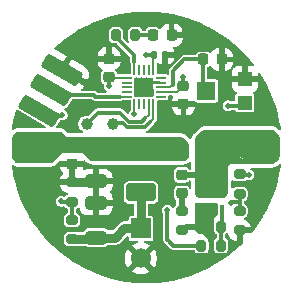
<source format=gbr>
%TF.GenerationSoftware,KiCad,Pcbnew,9.0.1*%
%TF.CreationDate,2025-10-15T21:57:33+02:00*%
%TF.ProjectId,Air_pump_controler,4169725f-7075-46d7-905f-636f6e74726f,0.1*%
%TF.SameCoordinates,Original*%
%TF.FileFunction,Copper,L1,Top*%
%TF.FilePolarity,Positive*%
%FSLAX46Y46*%
G04 Gerber Fmt 4.6, Leading zero omitted, Abs format (unit mm)*
G04 Created by KiCad (PCBNEW 9.0.1) date 2025-10-15 21:57:33*
%MOMM*%
%LPD*%
G01*
G04 APERTURE LIST*
G04 Aperture macros list*
%AMRoundRect*
0 Rectangle with rounded corners*
0 $1 Rounding radius*
0 $2 $3 $4 $5 $6 $7 $8 $9 X,Y pos of 4 corners*
0 Add a 4 corners polygon primitive as box body*
4,1,4,$2,$3,$4,$5,$6,$7,$8,$9,$2,$3,0*
0 Add four circle primitives for the rounded corners*
1,1,$1+$1,$2,$3*
1,1,$1+$1,$4,$5*
1,1,$1+$1,$6,$7*
1,1,$1+$1,$8,$9*
0 Add four rect primitives between the rounded corners*
20,1,$1+$1,$2,$3,$4,$5,0*
20,1,$1+$1,$4,$5,$6,$7,0*
20,1,$1+$1,$6,$7,$8,$9,0*
20,1,$1+$1,$8,$9,$2,$3,0*%
G04 Aperture macros list end*
%TA.AperFunction,SMDPad,CuDef*%
%ADD10C,1.000000*%
%TD*%
%TA.AperFunction,HeatsinkPad*%
%ADD11R,1.650000X1.650000*%
%TD*%
%TA.AperFunction,SMDPad,CuDef*%
%ADD12RoundRect,0.050000X0.050000X0.375000X-0.050000X0.375000X-0.050000X-0.375000X0.050000X-0.375000X0*%
%TD*%
%TA.AperFunction,SMDPad,CuDef*%
%ADD13RoundRect,0.050000X0.375000X0.050000X-0.375000X0.050000X-0.375000X-0.050000X0.375000X-0.050000X0*%
%TD*%
%TA.AperFunction,SMDPad,CuDef*%
%ADD14RoundRect,0.218750X0.218750X0.256250X-0.218750X0.256250X-0.218750X-0.256250X0.218750X-0.256250X0*%
%TD*%
%TA.AperFunction,SMDPad,CuDef*%
%ADD15RoundRect,0.225000X-0.225000X-0.250000X0.225000X-0.250000X0.225000X0.250000X-0.225000X0.250000X0*%
%TD*%
%TA.AperFunction,SMDPad,CuDef*%
%ADD16RoundRect,0.200000X0.200000X0.275000X-0.200000X0.275000X-0.200000X-0.275000X0.200000X-0.275000X0*%
%TD*%
%TA.AperFunction,SMDPad,CuDef*%
%ADD17RoundRect,0.200000X-0.275000X0.200000X-0.275000X-0.200000X0.275000X-0.200000X0.275000X0.200000X0*%
%TD*%
%TA.AperFunction,SMDPad,CuDef*%
%ADD18RoundRect,0.225000X-0.250000X0.225000X-0.250000X-0.225000X0.250000X-0.225000X0.250000X0.225000X0*%
%TD*%
%TA.AperFunction,SMDPad,CuDef*%
%ADD19RoundRect,0.140000X-0.140000X-0.170000X0.140000X-0.170000X0.140000X0.170000X-0.140000X0.170000X0*%
%TD*%
%TA.AperFunction,SMDPad,CuDef*%
%ADD20RoundRect,0.250000X0.650000X-0.325000X0.650000X0.325000X-0.650000X0.325000X-0.650000X-0.325000X0*%
%TD*%
%TA.AperFunction,ComponentPad*%
%ADD21O,3.600000X2.100000*%
%TD*%
%TA.AperFunction,SMDPad,CuDef*%
%ADD22RoundRect,0.225000X-0.225000X-0.375000X0.225000X-0.375000X0.225000X0.375000X-0.225000X0.375000X0*%
%TD*%
%TA.AperFunction,SMDPad,CuDef*%
%ADD23RoundRect,0.250001X0.999999X-0.499999X0.999999X0.499999X-0.999999X0.499999X-0.999999X-0.499999X0*%
%TD*%
%TA.AperFunction,SMDPad,CuDef*%
%ADD24RoundRect,0.250000X-0.650000X0.325000X-0.650000X-0.325000X0.650000X-0.325000X0.650000X0.325000X0*%
%TD*%
%TA.AperFunction,ComponentPad*%
%ADD25C,1.700000*%
%TD*%
%TA.AperFunction,ComponentPad*%
%ADD26R,1.700000X1.700000*%
%TD*%
%TA.AperFunction,SMDPad,CuDef*%
%ADD27R,0.420000X0.700000*%
%TD*%
%TA.AperFunction,SMDPad,CuDef*%
%ADD28R,0.420000X0.400000*%
%TD*%
%TA.AperFunction,SMDPad,CuDef*%
%ADD29R,2.370000X1.850000*%
%TD*%
%TA.AperFunction,SMDPad,CuDef*%
%ADD30R,1.200000X1.200000*%
%TD*%
%TA.AperFunction,SMDPad,CuDef*%
%ADD31R,1.500000X1.600000*%
%TD*%
%TA.AperFunction,SMDPad,CuDef*%
%ADD32RoundRect,0.200000X0.275000X-0.200000X0.275000X0.200000X-0.275000X0.200000X-0.275000X-0.200000X0*%
%TD*%
%TA.AperFunction,SMDPad,CuDef*%
%ADD33RoundRect,0.225000X0.250000X-0.225000X0.250000X0.225000X-0.250000X0.225000X-0.250000X-0.225000X0*%
%TD*%
%TA.AperFunction,SMDPad,CuDef*%
%ADD34RoundRect,0.250000X1.099038X-1.096410X1.499038X-0.403590X-1.099038X1.096410X-1.499038X0.403590X0*%
%TD*%
%TA.AperFunction,ViaPad*%
%ADD35C,0.500000*%
%TD*%
%TA.AperFunction,Conductor*%
%ADD36C,0.300000*%
%TD*%
%TA.AperFunction,Conductor*%
%ADD37C,0.500000*%
%TD*%
%TA.AperFunction,Conductor*%
%ADD38C,0.180000*%
%TD*%
%TA.AperFunction,Conductor*%
%ADD39C,0.800000*%
%TD*%
G04 APERTURE END LIST*
D10*
%TO.P,RX,1,1*%
%TO.N,Net-(U1-PD6)*%
X154550000Y-87300000D03*
%TD*%
%TO.P,TX,1,1*%
%TO.N,Net-(U1-PD5)*%
X152350000Y-87300000D03*
%TD*%
D11*
%TO.P,U1,21,VSS*%
%TO.N,GND*%
X157200000Y-84200000D03*
D12*
%TO.P,U1,20,PD6*%
%TO.N,Net-(U1-PD6)*%
X158000000Y-85650000D03*
%TO.P,U1,19,PD5*%
%TO.N,Net-(U1-PD5)*%
X157600000Y-85650000D03*
%TO.P,U1,18,PD4*%
%TO.N,unconnected-(U1-PD4-Pad18)*%
X157200000Y-85650000D03*
%TO.P,U1,17,PD3*%
%TO.N,unconnected-(U1-PD3-Pad17)*%
X156800000Y-85650000D03*
%TO.P,U1,16,PD2*%
%TO.N,/LS_SW*%
X156400000Y-85650000D03*
D13*
%TO.P,U1,15,PD1*%
%TO.N,/SWIO*%
X155750000Y-85000000D03*
%TO.P,U1,14,PC7*%
%TO.N,unconnected-(U1-PC7-Pad14)*%
X155750000Y-84600000D03*
%TO.P,U1,13,PC6*%
%TO.N,unconnected-(U1-PC6-Pad13)*%
X155750000Y-84200000D03*
%TO.P,U1,12,PC5*%
%TO.N,unconnected-(U1-PC5-Pad12)*%
X155750000Y-83800000D03*
%TO.P,U1,11,PC4*%
%TO.N,/AN_V_IN*%
X155750000Y-83400000D03*
D12*
%TO.P,U1,10,PC3*%
%TO.N,/LED*%
X156400000Y-82750000D03*
%TO.P,U1,9,PC2*%
%TO.N,unconnected-(U1-PC2-Pad9)*%
X156800000Y-82750000D03*
%TO.P,U1,8,PC1*%
%TO.N,unconnected-(U1-PC1-Pad8)*%
X157200000Y-82750000D03*
%TO.P,U1,7,PC0*%
%TO.N,unconnected-(U1-PC0-Pad7)*%
X157600000Y-82750000D03*
%TO.P,U1,6,VDD*%
%TO.N,+5V*%
X158000000Y-82750000D03*
D13*
%TO.P,U1,5,PD0*%
%TO.N,unconnected-(U1-PD0-Pad5)*%
X158650000Y-83400000D03*
%TO.P,U1,4,VSS*%
%TO.N,GND*%
X158650000Y-83800000D03*
%TO.P,U1,3,PA2*%
%TO.N,/AN_POT*%
X158650000Y-84200000D03*
%TO.P,U1,2,PA1*%
%TO.N,/AN_TEMP*%
X158650000Y-84600000D03*
%TO.P,U1,1,PD7*%
%TO.N,unconnected-(U1-PD7-Pad1)*%
X158650000Y-85000000D03*
%TD*%
D14*
%TO.P,D2,1,K*%
%TO.N,GND*%
X159537501Y-79800000D03*
%TO.P,D2,2,A*%
%TO.N,Net-(D2-A)*%
X157962499Y-79800000D03*
%TD*%
D15*
%TO.P,C9,2*%
%TO.N,GND*%
X163775000Y-81850000D03*
%TO.P,C9,1*%
%TO.N,/AN_POT*%
X162225000Y-81850000D03*
%TD*%
D16*
%TO.P,R9,1*%
%TO.N,Net-(D2-A)*%
X156475000Y-79800000D03*
%TO.P,R9,2*%
%TO.N,/LED*%
X154825000Y-79800000D03*
%TD*%
D17*
%TO.P,R8,1*%
%TO.N,Net-(C6-Pad2)*%
X160400000Y-94675000D03*
%TO.P,R8,2*%
%TO.N,GND*%
X160400000Y-96325000D03*
%TD*%
D18*
%TO.P,C6,1*%
%TO.N,Net-(D1-A)*%
X160400000Y-91625000D03*
%TO.P,C6,2*%
%TO.N,Net-(C6-Pad2)*%
X160400000Y-93175000D03*
%TD*%
D19*
%TO.P,C5,1*%
%TO.N,+5V*%
X158020000Y-81450000D03*
%TO.P,C5,2*%
%TO.N,GND*%
X158980000Y-81450000D03*
%TD*%
D20*
%TO.P,C1,2*%
%TO.N,GND*%
X153150000Y-93975000D03*
%TO.P,C1,1*%
%TO.N,+5V*%
X153150000Y-96925000D03*
%TD*%
D21*
%TO.P,J4,1,Pin_1*%
%TO.N,Net-(D1-A)*%
X166650000Y-89300000D03*
%TO.P,J4,2,Pin_2*%
%TO.N,Net-(D1-K)*%
X148150000Y-89300000D03*
%TD*%
D22*
%TO.P,D1,1,K*%
%TO.N,Net-(D1-K)*%
X160300000Y-89600000D03*
%TO.P,D1,2,A*%
%TO.N,Net-(D1-A)*%
X163600000Y-89600000D03*
%TD*%
D16*
%TO.P,R7,1*%
%TO.N,Net-(Q1-G)*%
X163725000Y-96000000D03*
%TO.P,R7,2*%
%TO.N,GND*%
X162075000Y-96000000D03*
%TD*%
D23*
%TO.P,L1,1,1*%
%TO.N,+5V*%
X156950000Y-93100000D03*
%TO.P,L1,2,2*%
%TO.N,Net-(D1-K)*%
X156950000Y-89400000D03*
%TD*%
D24*
%TO.P,C4,1*%
%TO.N,Net-(D1-K)*%
X153150000Y-89225000D03*
%TO.P,C4,2*%
%TO.N,GND*%
X153150000Y-92175000D03*
%TD*%
D18*
%TO.P,C3,1*%
%TO.N,Net-(D1-K)*%
X151100000Y-89125000D03*
%TO.P,C3,2*%
%TO.N,GND*%
X151100000Y-90675000D03*
%TD*%
D25*
%TO.P,J2,2,Pin_2*%
%TO.N,GND*%
X156950001Y-98690000D03*
D26*
%TO.P,J2,1,Pin_1*%
%TO.N,+5V*%
X156950000Y-96150000D03*
%TD*%
D27*
%TO.P,Q1,1,S*%
%TO.N,GND*%
X161900000Y-94500000D03*
X162550000Y-94500000D03*
X163200000Y-94500000D03*
%TO.P,Q1,2,G*%
%TO.N,Net-(Q1-G)*%
X163850000Y-94500000D03*
D28*
%TO.P,Q1,3,D*%
%TO.N,Net-(D1-A)*%
X161900000Y-91350000D03*
X162550000Y-91350000D03*
D29*
X162875000Y-92475000D03*
D28*
X163200000Y-91350000D03*
X163850000Y-91350000D03*
%TD*%
D17*
%TO.P,TH1,1*%
%TO.N,+5V*%
X165300000Y-91575000D03*
%TO.P,TH1,2*%
%TO.N,/AN_TEMP*%
X165300000Y-93225000D03*
%TD*%
D18*
%TO.P,C10,1*%
%TO.N,/AN_TEMP*%
X160550000Y-84075000D03*
%TO.P,C10,2*%
%TO.N,GND*%
X160550000Y-85625000D03*
%TD*%
D30*
%TO.P,RV1,1,1*%
%TO.N,+5V*%
X165750000Y-85500000D03*
D31*
%TO.P,RV1,2,2*%
%TO.N,/AN_POT*%
X162500000Y-84500000D03*
D30*
%TO.P,RV1,3,3*%
%TO.N,GND*%
X165750000Y-83500000D03*
%TD*%
D32*
%TO.P,R6,1*%
%TO.N,GND*%
X165300000Y-96325000D03*
%TO.P,R6,2*%
%TO.N,/AN_TEMP*%
X165300000Y-94675000D03*
%TD*%
D16*
%TO.P,R5,1*%
%TO.N,Net-(Q1-G)*%
X163725000Y-97600000D03*
%TO.P,R5,2*%
%TO.N,/LS_SW*%
X162075000Y-97600000D03*
%TD*%
D17*
%TO.P,R4,1*%
%TO.N,GND*%
X151100000Y-92225000D03*
%TO.P,R4,2*%
%TO.N,/AN_V_IN*%
X151100000Y-93875000D03*
%TD*%
%TO.P,R3,1*%
%TO.N,/AN_V_IN*%
X151100000Y-95425000D03*
%TO.P,R3,2*%
%TO.N,+5V*%
X151100000Y-97075000D03*
%TD*%
D33*
%TO.P,C8,1*%
%TO.N,/AN_V_IN*%
X154250000Y-83325000D03*
%TO.P,C8,2*%
%TO.N,GND*%
X154250000Y-81775000D03*
%TD*%
D34*
%TO.P,J1,1,Pin_1*%
%TO.N,+5V*%
X148300000Y-86182051D03*
%TO.P,J1,2,Pin_2*%
%TO.N,/SWIO*%
X149300000Y-84450000D03*
%TO.P,J1,3,Pin_3*%
%TO.N,GND*%
X150300000Y-82717949D03*
%TD*%
D35*
%TO.N,GND*%
X161950000Y-95200000D03*
X155650000Y-85750000D03*
X155550000Y-82450000D03*
X159700000Y-87200000D03*
X161300000Y-87200000D03*
X152800000Y-83950000D03*
X153000000Y-85700000D03*
X151450000Y-85700000D03*
X147750000Y-87250000D03*
%TO.N,/AN_V_IN*%
X154250000Y-84100000D03*
%TO.N,GND*%
X158900000Y-82550000D03*
X162950000Y-86400000D03*
X157700000Y-84650000D03*
X156750000Y-84650000D03*
X157700000Y-83700000D03*
X156750000Y-83700000D03*
X167950000Y-92450000D03*
X162850000Y-98700000D03*
X151800000Y-98450000D03*
X155200000Y-97850000D03*
X159150000Y-98700000D03*
X158150000Y-94600000D03*
X155650000Y-94550000D03*
X153150000Y-95500000D03*
X149650000Y-96150000D03*
X147550000Y-93350000D03*
X149700000Y-91150000D03*
X158400000Y-91400000D03*
X156900000Y-91400000D03*
X155350000Y-91400000D03*
X164100000Y-83550000D03*
X168000000Y-86700000D03*
X157200000Y-78350000D03*
X162500000Y-80050000D03*
X151650000Y-80100000D03*
%TO.N,/LS_SW*%
X156400000Y-86500000D03*
%TO.N,GND*%
X162900000Y-96800000D03*
X162900000Y-95200000D03*
%TO.N,+5V*%
X150300000Y-86550000D03*
X157350000Y-81450000D03*
%TO.N,/LS_SW*%
X159190000Y-94610000D03*
%TO.N,/AN_TEMP*%
X160550000Y-83350000D03*
X164610000Y-93960000D03*
%TO.N,/AN_V_IN*%
X150200000Y-93870000D03*
%TO.N,+5V*%
X164330000Y-85750000D03*
X166100000Y-91600000D03*
%TD*%
D36*
%TO.N,/SWIO*%
X153100000Y-85000000D02*
X155150000Y-85000000D01*
X152950000Y-84850000D02*
X153100000Y-85000000D01*
X149700000Y-84850000D02*
X152950000Y-84850000D01*
X149200000Y-84350000D02*
X149700000Y-84850000D01*
%TO.N,+5V*%
X150250000Y-86600000D02*
X149667949Y-86600000D01*
X149667949Y-86600000D02*
X149617949Y-86650000D01*
X150300000Y-86550000D02*
X150250000Y-86600000D01*
D37*
%TO.N,GND*%
X162900000Y-95350000D02*
X162875000Y-95375000D01*
X162900000Y-95200000D02*
X162900000Y-95350000D01*
X162875000Y-95375000D02*
X162875000Y-96775000D01*
X162875000Y-96775000D02*
X162900000Y-96800000D01*
D38*
%TO.N,/AN_POT*%
X159650000Y-84000000D02*
X159450000Y-84200000D01*
X159450000Y-84200000D02*
X158650000Y-84200000D01*
D36*
X160600000Y-81850000D02*
X161925000Y-81850000D01*
X159650000Y-84000000D02*
X159650000Y-82800000D01*
X159650000Y-82800000D02*
X160600000Y-81850000D01*
%TO.N,Net-(U1-PD6)*%
X154600000Y-87250000D02*
X154550000Y-87300000D01*
D38*
X158000000Y-86875000D02*
X158000000Y-85650000D01*
X157737500Y-87137500D02*
X158000000Y-86875000D01*
D36*
X157737500Y-87137500D02*
X157273000Y-87602000D01*
X157273000Y-87602000D02*
X155743480Y-87602000D01*
X155743480Y-87602000D02*
X155391480Y-87250000D01*
X155391480Y-87250000D02*
X154600000Y-87250000D01*
D38*
%TO.N,Net-(U1-PD5)*%
X157600000Y-86550000D02*
X157600000Y-85650000D01*
D36*
X155200000Y-86350000D02*
X153300000Y-86350000D01*
D38*
X157325000Y-86825000D02*
X157600000Y-86550000D01*
D36*
X157049000Y-87101000D02*
X155951000Y-87101000D01*
X155951000Y-87101000D02*
X155200000Y-86350000D01*
X153300000Y-86350000D02*
X152350000Y-87300000D01*
X157325000Y-86825000D02*
X157049000Y-87101000D01*
D38*
%TO.N,/LS_SW*%
X156400000Y-86500000D02*
X156400000Y-85650000D01*
D36*
%TO.N,/AN_V_IN*%
X154250000Y-84100000D02*
X154250000Y-83325000D01*
D38*
X155750000Y-83400000D02*
X154325000Y-83400000D01*
X154325000Y-83400000D02*
X154250000Y-83325000D01*
D36*
%TO.N,/LED*%
X154825000Y-79925000D02*
X154825000Y-79800000D01*
X156400000Y-81500000D02*
X154825000Y-79925000D01*
X156400000Y-82050000D02*
X156400000Y-81500000D01*
D38*
X156400000Y-82750000D02*
X156400000Y-82050000D01*
%TO.N,/AN_TEMP*%
X160550000Y-84050000D02*
X160550000Y-83975000D01*
X160000000Y-84600000D02*
X160550000Y-84050000D01*
X158650000Y-84600000D02*
X160000000Y-84600000D01*
D36*
X160550000Y-83350000D02*
X160550000Y-83975000D01*
%TO.N,+5V*%
X148200000Y-86082051D02*
X148832051Y-86082051D01*
%TO.N,/AN_POT*%
X162175000Y-84475000D02*
X162175000Y-82050000D01*
X162450000Y-84750000D02*
X162175000Y-84475000D01*
%TO.N,Net-(D2-A)*%
X156475000Y-79800000D02*
X157962499Y-79800000D01*
D38*
%TO.N,/SWIO*%
X155150000Y-85000000D02*
X155750000Y-85000000D01*
%TO.N,GND*%
X150114425Y-83082089D02*
X150182089Y-83082089D01*
%TO.N,+5V*%
X158000000Y-81470000D02*
X158020000Y-81450000D01*
X158000000Y-82750000D02*
X158000000Y-81470000D01*
D36*
X157350000Y-81450000D02*
X157450000Y-81450000D01*
X157350000Y-81450000D02*
X158020000Y-81450000D01*
%TO.N,/AN_POT*%
X162450000Y-84750000D02*
X162289010Y-84589010D01*
D37*
%TO.N,GND*%
X162075000Y-96175000D02*
X162700000Y-96800000D01*
X162700000Y-96800000D02*
X162900000Y-96800000D01*
X162075000Y-96000000D02*
X162075000Y-96175000D01*
D36*
X161900000Y-95825000D02*
X162075000Y-96000000D01*
%TO.N,/SWIO*%
X149014178Y-84614178D02*
X148828850Y-84614178D01*
%TO.N,/LS_SW*%
X159190000Y-97110000D02*
X159190000Y-94610000D01*
X159340000Y-97260000D02*
X159190000Y-97110000D01*
X159680000Y-97600000D02*
X159340000Y-97260000D01*
X162075000Y-97600000D02*
X159680000Y-97600000D01*
%TO.N,/AN_TEMP*%
X164630000Y-93940000D02*
X164610000Y-93960000D01*
X165300000Y-93940000D02*
X164630000Y-93940000D01*
X165300000Y-93940000D02*
X165300000Y-94675000D01*
%TO.N,/AN_V_IN*%
X150205000Y-93875000D02*
X150200000Y-93870000D01*
X151100000Y-93875000D02*
X150205000Y-93875000D01*
%TO.N,+5V*%
X164330000Y-85750000D02*
X165700000Y-85750000D01*
D37*
%TO.N,GND*%
X160725000Y-96000000D02*
X162075000Y-96000000D01*
X160400000Y-96325000D02*
X160725000Y-96000000D01*
D36*
%TO.N,+5V*%
X165325000Y-91600000D02*
X165300000Y-91575000D01*
X166100000Y-91600000D02*
X165325000Y-91600000D01*
D39*
X155550000Y-96150000D02*
X156950000Y-96150000D01*
X154775000Y-96925000D02*
X155550000Y-96150000D01*
X153150000Y-96925000D02*
X154775000Y-96925000D01*
D37*
%TO.N,Net-(D1-A)*%
X160400000Y-91625000D02*
X161800000Y-91625000D01*
%TO.N,Net-(C6-Pad2)*%
X160400000Y-93175000D02*
X160400000Y-94675000D01*
D36*
%TO.N,Net-(Q1-G)*%
X163725000Y-96000000D02*
X163725000Y-97600000D01*
X163850000Y-95875000D02*
X163725000Y-96000000D01*
X163850000Y-94500000D02*
X163850000Y-95875000D01*
%TO.N,/AN_TEMP*%
X165300000Y-93225000D02*
X165300000Y-93940000D01*
D39*
%TO.N,+5V*%
X156950000Y-93100000D02*
X156950000Y-96150000D01*
X153000000Y-97075000D02*
X153150000Y-96925000D01*
X151100000Y-97075000D02*
X153000000Y-97075000D01*
D36*
%TO.N,/AN_V_IN*%
X151100000Y-95425000D02*
X151100000Y-93875000D01*
D39*
%TO.N,GND*%
X153100000Y-92225000D02*
X153150000Y-92175000D01*
X151100000Y-92225000D02*
X153100000Y-92225000D01*
%TO.N,Net-(D1-K)*%
X156775000Y-89225000D02*
X156950000Y-89400000D01*
X153050000Y-89125000D02*
X153150000Y-89225000D01*
%TD*%
%TA.AperFunction,Conductor*%
%TO.N,Net-(D1-K)*%
G36*
X150000952Y-87951061D02*
G01*
X150106116Y-87964906D01*
X150137383Y-87973284D01*
X150227808Y-88010739D01*
X150255842Y-88026924D01*
X150340003Y-88091503D01*
X150352198Y-88102198D01*
X150650000Y-88400000D01*
X160281701Y-88400000D01*
X160298454Y-88401136D01*
X160407240Y-88415971D01*
X160439519Y-88424941D01*
X160532560Y-88465003D01*
X160561262Y-88482291D01*
X160646792Y-88551122D01*
X160659132Y-88562512D01*
X160857847Y-88772581D01*
X160867861Y-88784604D01*
X160928275Y-88867227D01*
X160943388Y-88894560D01*
X160978318Y-88982316D01*
X160986122Y-89012557D01*
X160999013Y-89114101D01*
X161000000Y-89129717D01*
X161000000Y-89934429D01*
X160998948Y-89950544D01*
X160985224Y-90055252D01*
X160976919Y-90086392D01*
X160939780Y-90176493D01*
X160923730Y-90204440D01*
X160861436Y-90286110D01*
X160838613Y-90309066D01*
X160756546Y-90372415D01*
X160728426Y-90388736D01*
X160637672Y-90426511D01*
X160606279Y-90434962D01*
X160513211Y-90447270D01*
X160500658Y-90448930D01*
X160484403Y-90450000D01*
X152915233Y-90450000D01*
X152899048Y-90448939D01*
X152886024Y-90447224D01*
X152793882Y-90435093D01*
X152762616Y-90426715D01*
X152672191Y-90389260D01*
X152644157Y-90373075D01*
X152559996Y-90308496D01*
X152547801Y-90297801D01*
X152050000Y-89800000D01*
X151842893Y-89800000D01*
X150457107Y-89800000D01*
X150250000Y-89800000D01*
X150249999Y-89800000D01*
X150103553Y-89946447D01*
X149552198Y-90497801D01*
X149540003Y-90508496D01*
X149455842Y-90573075D01*
X149427808Y-90589260D01*
X149337383Y-90626715D01*
X149306117Y-90635093D01*
X149212291Y-90647446D01*
X149200951Y-90648939D01*
X149184767Y-90650000D01*
X146665233Y-90650000D01*
X146649048Y-90648939D01*
X146636024Y-90647224D01*
X146543882Y-90635093D01*
X146512616Y-90626715D01*
X146422191Y-90589260D01*
X146394157Y-90573075D01*
X146309996Y-90508496D01*
X146297801Y-90497801D01*
X146202198Y-90402198D01*
X146191503Y-90390003D01*
X146126924Y-90305842D01*
X146110739Y-90277808D01*
X146073284Y-90187383D01*
X146064906Y-90156116D01*
X146051061Y-90050952D01*
X146050000Y-90034767D01*
X146050000Y-89299999D01*
X146395214Y-89299999D01*
X146395214Y-89300000D01*
X146412321Y-89484628D01*
X146463064Y-89662968D01*
X146463069Y-89662981D01*
X146545714Y-89828952D01*
X146657455Y-89976922D01*
X146794480Y-90101836D01*
X146794482Y-90101838D01*
X146952124Y-90199446D01*
X146952125Y-90199446D01*
X146952128Y-90199448D01*
X147125027Y-90266429D01*
X147307290Y-90300500D01*
X147307292Y-90300500D01*
X148992708Y-90300500D01*
X148992710Y-90300500D01*
X149174973Y-90266429D01*
X149347872Y-90199448D01*
X149505519Y-90101837D01*
X149642546Y-89976920D01*
X149754286Y-89828952D01*
X149836935Y-89662971D01*
X149887678Y-89484629D01*
X149904786Y-89300000D01*
X149887678Y-89115371D01*
X149836935Y-88937029D01*
X149754286Y-88771048D01*
X149642546Y-88623080D01*
X149642544Y-88623077D01*
X149505519Y-88498163D01*
X149505517Y-88498161D01*
X149347875Y-88400553D01*
X149347869Y-88400551D01*
X149270688Y-88370651D01*
X149174973Y-88333571D01*
X148992710Y-88299500D01*
X148965892Y-88299500D01*
X147465892Y-88299500D01*
X147400000Y-88299500D01*
X147307290Y-88299500D01*
X147125027Y-88333571D01*
X147125024Y-88333571D01*
X147125024Y-88333572D01*
X146952130Y-88400551D01*
X146952124Y-88400553D01*
X146794482Y-88498161D01*
X146794480Y-88498163D01*
X146657455Y-88623077D01*
X146545714Y-88771047D01*
X146463069Y-88937018D01*
X146463064Y-88937031D01*
X146412321Y-89115371D01*
X146395214Y-89299999D01*
X146050000Y-89299999D01*
X146050000Y-88535701D01*
X146051248Y-88518153D01*
X146058846Y-88465003D01*
X146067519Y-88404334D01*
X146077350Y-88370651D01*
X146121181Y-88274058D01*
X146140055Y-88244481D01*
X146215011Y-88157270D01*
X146227373Y-88144799D01*
X146303027Y-88078601D01*
X146314744Y-88069527D01*
X146395001Y-88014735D01*
X146421291Y-88001075D01*
X146505241Y-87969531D01*
X146534020Y-87962501D01*
X146629055Y-87951061D01*
X146630484Y-87950889D01*
X146645304Y-87950000D01*
X149984767Y-87950000D01*
X150000952Y-87951061D01*
G37*
%TD.AperFunction*%
%TD*%
%TA.AperFunction,Conductor*%
%TO.N,Net-(D1-A)*%
G36*
X168000952Y-87801061D02*
G01*
X168106116Y-87814906D01*
X168137383Y-87823284D01*
X168227808Y-87860739D01*
X168255842Y-87876924D01*
X168340003Y-87941503D01*
X168352198Y-87952198D01*
X168547801Y-88147801D01*
X168558496Y-88159996D01*
X168623075Y-88244157D01*
X168639260Y-88272191D01*
X168676715Y-88362616D01*
X168685093Y-88393882D01*
X168698939Y-88499046D01*
X168700000Y-88515232D01*
X168700000Y-89984767D01*
X168698939Y-90000953D01*
X168685093Y-90106117D01*
X168676715Y-90137383D01*
X168639260Y-90227808D01*
X168623075Y-90255842D01*
X168558496Y-90340003D01*
X168547801Y-90352198D01*
X168352198Y-90547801D01*
X168340003Y-90558496D01*
X168255842Y-90623075D01*
X168227808Y-90639260D01*
X168137383Y-90676715D01*
X168106117Y-90685093D01*
X168012291Y-90697446D01*
X168000951Y-90698939D01*
X167984767Y-90700000D01*
X164499999Y-90700000D01*
X164300000Y-90899999D01*
X164300000Y-93084767D01*
X164298939Y-93100952D01*
X164298939Y-93100953D01*
X164285093Y-93206117D01*
X164276715Y-93237383D01*
X164239260Y-93327808D01*
X164223075Y-93355842D01*
X164160405Y-93437515D01*
X164137515Y-93460405D01*
X164055842Y-93523075D01*
X164027808Y-93539260D01*
X163937383Y-93576715D01*
X163906117Y-93585093D01*
X163812291Y-93597446D01*
X163800951Y-93598939D01*
X163784767Y-93600000D01*
X162015233Y-93600000D01*
X161999048Y-93598939D01*
X161986024Y-93597224D01*
X161893882Y-93585093D01*
X161862616Y-93576715D01*
X161772191Y-93539260D01*
X161744157Y-93523075D01*
X161662484Y-93460405D01*
X161639594Y-93437515D01*
X161576924Y-93355842D01*
X161560739Y-93327808D01*
X161523284Y-93237383D01*
X161514906Y-93206116D01*
X161501061Y-93100952D01*
X161500000Y-93084767D01*
X161500000Y-89299999D01*
X164895214Y-89299999D01*
X164895214Y-89300000D01*
X164912321Y-89484628D01*
X164963064Y-89662968D01*
X164963069Y-89662981D01*
X165045714Y-89828952D01*
X165157455Y-89976922D01*
X165294480Y-90101836D01*
X165294482Y-90101838D01*
X165452124Y-90199446D01*
X165452125Y-90199446D01*
X165452128Y-90199448D01*
X165625027Y-90266429D01*
X165807290Y-90300500D01*
X165807292Y-90300500D01*
X167492708Y-90300500D01*
X167492710Y-90300500D01*
X167674973Y-90266429D01*
X167847872Y-90199448D01*
X168005519Y-90101837D01*
X168142546Y-89976920D01*
X168254286Y-89828952D01*
X168336935Y-89662971D01*
X168387678Y-89484629D01*
X168404786Y-89300000D01*
X168387678Y-89115371D01*
X168336935Y-88937029D01*
X168254286Y-88771048D01*
X168142546Y-88623080D01*
X168142544Y-88623077D01*
X168005519Y-88498163D01*
X168005517Y-88498161D01*
X167847875Y-88400553D01*
X167847869Y-88400551D01*
X167674973Y-88333571D01*
X167492710Y-88299500D01*
X167465892Y-88299500D01*
X165965892Y-88299500D01*
X165900000Y-88299500D01*
X165807290Y-88299500D01*
X165625027Y-88333571D01*
X165625024Y-88333571D01*
X165625024Y-88333572D01*
X165452130Y-88400551D01*
X165452124Y-88400553D01*
X165294482Y-88498161D01*
X165294480Y-88498163D01*
X165157455Y-88623077D01*
X165045714Y-88771047D01*
X164963069Y-88937018D01*
X164963064Y-88937031D01*
X164912321Y-89115371D01*
X164895214Y-89299999D01*
X161500000Y-89299999D01*
X161500000Y-88715232D01*
X161501061Y-88699047D01*
X161514906Y-88593883D01*
X161523284Y-88562616D01*
X161560739Y-88472191D01*
X161576924Y-88444157D01*
X161641503Y-88359996D01*
X161652190Y-88347809D01*
X162047809Y-87952190D01*
X162059996Y-87941503D01*
X162144157Y-87876924D01*
X162172191Y-87860739D01*
X162262616Y-87823284D01*
X162293882Y-87814906D01*
X162399048Y-87801061D01*
X162415233Y-87800000D01*
X167984767Y-87800000D01*
X168000952Y-87801061D01*
G37*
%TD.AperFunction*%
%TD*%
%TA.AperFunction,Conductor*%
%TO.N,GND*%
G36*
X152173556Y-90384208D02*
G01*
X152196591Y-90386224D01*
X152206207Y-90392956D01*
X152210026Y-90393980D01*
X152221904Y-90403946D01*
X152331780Y-90513822D01*
X152346368Y-90527486D01*
X152358563Y-90538181D01*
X152374019Y-90550865D01*
X152458180Y-90615444D01*
X152491410Y-90637648D01*
X152519444Y-90653833D01*
X152519455Y-90653838D01*
X152519456Y-90653839D01*
X152555265Y-90671497D01*
X152555272Y-90671500D01*
X152555282Y-90671505D01*
X152645707Y-90708960D01*
X152683544Y-90721805D01*
X152714810Y-90730183D01*
X152754004Y-90737979D01*
X152859170Y-90751825D01*
X152879064Y-90753785D01*
X152895249Y-90754846D01*
X152900800Y-90755027D01*
X152915220Y-90755500D01*
X152915233Y-90755500D01*
X160484401Y-90755500D01*
X160484403Y-90755500D01*
X160504469Y-90754840D01*
X160520724Y-90753770D01*
X160540711Y-90751793D01*
X160646332Y-90737825D01*
X160685692Y-90729960D01*
X160717085Y-90721509D01*
X160753878Y-90708960D01*
X160755051Y-90708560D01*
X160755053Y-90708558D01*
X160755068Y-90708554D01*
X160845822Y-90670779D01*
X160845820Y-90670779D01*
X160845827Y-90670777D01*
X160881763Y-90652966D01*
X160881764Y-90652965D01*
X160881781Y-90652957D01*
X160895841Y-90644796D01*
X160909884Y-90636646D01*
X160909887Y-90636643D01*
X160909901Y-90636636D01*
X160943221Y-90614247D01*
X161025288Y-90550898D01*
X161046625Y-90532076D01*
X161103300Y-90509847D01*
X161161006Y-90529249D01*
X161192739Y-90581204D01*
X161194500Y-90598820D01*
X161194500Y-91085500D01*
X161186591Y-91107229D01*
X161182576Y-91130000D01*
X161176424Y-91135161D01*
X161173678Y-91142708D01*
X161153653Y-91154269D01*
X161135940Y-91169133D01*
X161124378Y-91171171D01*
X161120955Y-91173148D01*
X161105500Y-91174500D01*
X161063113Y-91174500D01*
X161005905Y-91153678D01*
X161000180Y-91148433D01*
X160998529Y-91146782D01*
X160998528Y-91146780D01*
X160903220Y-91051472D01*
X160783126Y-90990281D01*
X160783125Y-90990280D01*
X160783124Y-90990280D01*
X160783123Y-90990279D01*
X160683489Y-90974500D01*
X160683488Y-90974500D01*
X160116512Y-90974500D01*
X160116511Y-90974500D01*
X160016876Y-90990279D01*
X160016875Y-90990280D01*
X159896781Y-91051471D01*
X159801471Y-91146781D01*
X159740280Y-91266875D01*
X159740279Y-91266876D01*
X159724500Y-91366511D01*
X159724500Y-91883488D01*
X159740279Y-91983123D01*
X159740280Y-91983124D01*
X159740280Y-91983125D01*
X159740281Y-91983126D01*
X159801472Y-92103220D01*
X159896780Y-92198528D01*
X160016874Y-92259719D01*
X160016875Y-92259719D01*
X160016876Y-92259720D01*
X160116511Y-92275500D01*
X160116512Y-92275500D01*
X160683489Y-92275500D01*
X160783123Y-92259720D01*
X160783123Y-92259719D01*
X160783126Y-92259719D01*
X160903220Y-92198528D01*
X160998528Y-92103220D01*
X160998529Y-92103217D01*
X161000180Y-92101567D01*
X161017789Y-92093355D01*
X161032673Y-92080867D01*
X161051808Y-92077493D01*
X161055356Y-92075839D01*
X161063113Y-92075500D01*
X161105500Y-92075500D01*
X161162708Y-92096322D01*
X161193148Y-92149045D01*
X161194500Y-92164500D01*
X161194500Y-92710684D01*
X161173678Y-92767892D01*
X161120955Y-92798332D01*
X161061000Y-92787760D01*
X161026201Y-92751089D01*
X160998531Y-92696784D01*
X160998529Y-92696782D01*
X160998528Y-92696780D01*
X160903220Y-92601472D01*
X160783126Y-92540281D01*
X160783125Y-92540280D01*
X160783124Y-92540280D01*
X160783123Y-92540279D01*
X160683489Y-92524500D01*
X160683488Y-92524500D01*
X160116512Y-92524500D01*
X160116511Y-92524500D01*
X160016876Y-92540279D01*
X160016875Y-92540280D01*
X159896781Y-92601471D01*
X159801471Y-92696781D01*
X159740280Y-92816875D01*
X159740279Y-92816876D01*
X159724500Y-92916511D01*
X159724500Y-93433488D01*
X159740279Y-93533123D01*
X159740280Y-93533124D01*
X159740280Y-93533125D01*
X159740281Y-93533126D01*
X159801472Y-93653220D01*
X159896780Y-93748528D01*
X159900902Y-93750628D01*
X159942423Y-93795149D01*
X159949500Y-93829929D01*
X159949500Y-94060391D01*
X159928678Y-94117599D01*
X159900908Y-94139689D01*
X159886659Y-94146949D01*
X159796946Y-94236662D01*
X159739354Y-94349692D01*
X159737189Y-94356358D01*
X159734441Y-94355465D01*
X159710522Y-94398614D01*
X159653685Y-94420430D01*
X159596123Y-94400607D01*
X159575060Y-94375945D01*
X159550489Y-94333387D01*
X159466613Y-94249511D01*
X159366415Y-94191661D01*
X159363885Y-94190200D01*
X159309273Y-94175567D01*
X159249309Y-94159500D01*
X159130691Y-94159500D01*
X159079633Y-94173180D01*
X159016114Y-94190200D01*
X158913387Y-94249511D01*
X158829511Y-94333387D01*
X158770200Y-94436114D01*
X158763248Y-94462061D01*
X158739500Y-94550691D01*
X158739500Y-94669309D01*
X158757741Y-94737385D01*
X158770200Y-94783885D01*
X158770201Y-94783886D01*
X158827576Y-94883262D01*
X158839500Y-94927761D01*
X158839500Y-97156144D01*
X158854963Y-97213854D01*
X158854963Y-97213855D01*
X158863384Y-97245282D01*
X158863384Y-97245284D01*
X158909530Y-97325212D01*
X159059529Y-97475212D01*
X159264812Y-97680494D01*
X159464788Y-97880470D01*
X159544712Y-97926614D01*
X159633856Y-97950500D01*
X159633857Y-97950500D01*
X159726144Y-97950500D01*
X161409438Y-97950500D01*
X161466646Y-97971322D01*
X161488738Y-97999095D01*
X161489353Y-98000303D01*
X161489354Y-98000304D01*
X161546950Y-98113342D01*
X161636658Y-98203050D01*
X161636660Y-98203051D01*
X161636662Y-98203053D01*
X161749692Y-98260645D01*
X161749698Y-98260647D01*
X161791718Y-98267301D01*
X161843481Y-98275500D01*
X162306518Y-98275499D01*
X162400304Y-98260646D01*
X162400305Y-98260645D01*
X162400307Y-98260645D01*
X162513337Y-98203053D01*
X162513337Y-98203052D01*
X162513342Y-98203050D01*
X162603050Y-98113342D01*
X162616166Y-98087601D01*
X162660645Y-98000307D01*
X162660647Y-98000301D01*
X162668534Y-97950500D01*
X162675500Y-97906519D01*
X162675499Y-97293482D01*
X162660646Y-97199696D01*
X162660645Y-97199694D01*
X162660645Y-97199692D01*
X162603053Y-97086662D01*
X162603051Y-97086660D01*
X162603050Y-97086658D01*
X162563710Y-97047318D01*
X162537983Y-96992144D01*
X162553739Y-96933339D01*
X162580601Y-96908222D01*
X162709873Y-96830074D01*
X162830075Y-96709872D01*
X162918019Y-96564397D01*
X162918019Y-96564396D01*
X162969276Y-96399905D01*
X163006174Y-96351481D01*
X163065566Y-96338105D01*
X163119661Y-96366034D01*
X163136095Y-96394102D01*
X163136173Y-96394063D01*
X163136851Y-96395395D01*
X163138888Y-96398873D01*
X163139353Y-96400304D01*
X163196948Y-96513340D01*
X163286657Y-96603050D01*
X163325903Y-96623046D01*
X163367424Y-96667569D01*
X163374500Y-96702346D01*
X163374500Y-96897653D01*
X163353678Y-96954861D01*
X163325906Y-96976951D01*
X163306827Y-96986672D01*
X163286659Y-96996949D01*
X163196946Y-97086662D01*
X163139354Y-97199692D01*
X163139352Y-97199698D01*
X163124500Y-97293480D01*
X163124500Y-97906512D01*
X163139354Y-98000307D01*
X163196946Y-98113337D01*
X163196948Y-98113339D01*
X163196950Y-98113342D01*
X163286658Y-98203050D01*
X163286660Y-98203051D01*
X163286662Y-98203053D01*
X163399692Y-98260645D01*
X163399698Y-98260647D01*
X163441718Y-98267301D01*
X163493481Y-98275500D01*
X163956518Y-98275499D01*
X164050304Y-98260646D01*
X164050305Y-98260645D01*
X164050307Y-98260645D01*
X164163337Y-98203053D01*
X164163337Y-98203052D01*
X164163342Y-98203050D01*
X164253050Y-98113342D01*
X164266166Y-98087601D01*
X164310645Y-98000307D01*
X164310647Y-98000301D01*
X164318534Y-97950500D01*
X164325500Y-97906519D01*
X164325499Y-97293482D01*
X164310646Y-97199696D01*
X164310645Y-97199694D01*
X164310645Y-97199692D01*
X164253053Y-97086662D01*
X164253051Y-97086660D01*
X164253050Y-97086658D01*
X164163342Y-96996950D01*
X164124094Y-96976952D01*
X164082575Y-96932428D01*
X164075500Y-96897653D01*
X164075500Y-96702346D01*
X164084941Y-96676406D01*
X164092601Y-96649891D01*
X164095487Y-96647430D01*
X164096322Y-96645138D01*
X164114878Y-96628463D01*
X164119317Y-96625481D01*
X164163342Y-96603050D01*
X164185077Y-96581314D01*
X164192262Y-96576489D01*
X164213913Y-96571136D01*
X164234123Y-96561711D01*
X164242720Y-96564014D01*
X164251362Y-96561878D01*
X164271386Y-96571693D01*
X164292929Y-96577465D01*
X164298034Y-96584756D01*
X164306027Y-96588674D01*
X164315057Y-96609064D01*
X164327850Y-96627333D01*
X164330518Y-96642314D01*
X164331407Y-96652096D01*
X164331409Y-96652105D01*
X164381980Y-96814396D01*
X164381980Y-96814397D01*
X164469924Y-96959872D01*
X164590127Y-97080075D01*
X164735602Y-97168019D01*
X164897896Y-97218591D01*
X164897895Y-97218591D01*
X164968428Y-97224999D01*
X165050000Y-97224999D01*
X165050000Y-96414000D01*
X165070822Y-96356792D01*
X165123545Y-96326352D01*
X165139000Y-96325000D01*
X165299999Y-96325000D01*
X165300000Y-96324999D01*
X165300000Y-96164000D01*
X165320822Y-96106792D01*
X165373545Y-96076352D01*
X165389000Y-96075000D01*
X166274998Y-96075000D01*
X166274999Y-96074999D01*
X166274999Y-96068429D01*
X166268591Y-95997896D01*
X166268590Y-95997894D01*
X166218019Y-95835603D01*
X166218019Y-95835602D01*
X166130075Y-95690127D01*
X166009872Y-95569924D01*
X165864397Y-95481980D01*
X165699904Y-95430723D01*
X165651481Y-95393824D01*
X165638105Y-95334433D01*
X165666034Y-95280338D01*
X165694103Y-95263905D01*
X165694063Y-95263827D01*
X165695409Y-95263141D01*
X165698882Y-95261108D01*
X165700301Y-95260646D01*
X165700304Y-95260646D01*
X165700306Y-95260644D01*
X165700309Y-95260644D01*
X165813337Y-95203053D01*
X165813337Y-95203052D01*
X165813342Y-95203050D01*
X165903050Y-95113342D01*
X165904176Y-95111133D01*
X165960645Y-95000307D01*
X165960647Y-95000301D01*
X165965759Y-94968021D01*
X165975500Y-94906519D01*
X165975499Y-94443482D01*
X165960646Y-94349696D01*
X165960645Y-94349694D01*
X165960645Y-94349692D01*
X165903053Y-94236662D01*
X165903051Y-94236660D01*
X165903050Y-94236658D01*
X165813342Y-94146950D01*
X165700304Y-94089354D01*
X165700303Y-94089353D01*
X165699095Y-94088738D01*
X165697418Y-94086940D01*
X165695000Y-94086514D01*
X165676841Y-94064873D01*
X165657575Y-94044213D01*
X165656957Y-94041177D01*
X165655867Y-94039878D01*
X165650500Y-94009438D01*
X165650500Y-93890562D01*
X165671322Y-93833354D01*
X165699095Y-93811262D01*
X165730718Y-93795149D01*
X165813342Y-93753050D01*
X165903050Y-93663342D01*
X165907675Y-93654265D01*
X165960645Y-93550307D01*
X165960647Y-93550301D01*
X165969040Y-93497305D01*
X165975500Y-93456519D01*
X165975499Y-92993482D01*
X165960646Y-92899696D01*
X165960645Y-92899694D01*
X165960645Y-92899692D01*
X165903053Y-92786662D01*
X165903051Y-92786660D01*
X165903050Y-92786658D01*
X165813342Y-92696950D01*
X165813339Y-92696948D01*
X165813337Y-92696946D01*
X165700307Y-92639354D01*
X165700301Y-92639352D01*
X165606519Y-92624500D01*
X164993487Y-92624500D01*
X164899692Y-92639354D01*
X164786662Y-92696946D01*
X164786658Y-92696949D01*
X164786658Y-92696950D01*
X164757431Y-92726176D01*
X164702257Y-92751904D01*
X164643452Y-92736148D01*
X164608533Y-92686278D01*
X164605500Y-92663243D01*
X164605500Y-92136757D01*
X164626322Y-92079549D01*
X164679045Y-92049109D01*
X164739000Y-92059681D01*
X164757428Y-92073820D01*
X164786658Y-92103050D01*
X164786660Y-92103051D01*
X164786662Y-92103053D01*
X164899692Y-92160645D01*
X164899698Y-92160647D01*
X164941718Y-92167301D01*
X164993481Y-92175500D01*
X165606518Y-92175499D01*
X165700304Y-92160646D01*
X165700305Y-92160645D01*
X165700307Y-92160645D01*
X165813339Y-92103052D01*
X165813339Y-92103051D01*
X165813342Y-92103050D01*
X165866497Y-92049894D01*
X165921671Y-92024166D01*
X165952464Y-92026860D01*
X166040691Y-92050500D01*
X166159306Y-92050500D01*
X166159309Y-92050500D01*
X166273886Y-92019799D01*
X166376613Y-91960489D01*
X166460489Y-91876613D01*
X166519799Y-91773886D01*
X166550500Y-91659309D01*
X166550500Y-91540691D01*
X166519799Y-91426114D01*
X166460489Y-91323387D01*
X166376613Y-91239511D01*
X166273886Y-91180201D01*
X166273885Y-91180200D01*
X166273884Y-91180200D01*
X166268493Y-91177967D01*
X166269126Y-91176437D01*
X166225013Y-91145549D01*
X166209256Y-91086743D01*
X166234984Y-91031568D01*
X166290160Y-91005839D01*
X166297917Y-91005500D01*
X167984780Y-91005500D01*
X167998440Y-91005052D01*
X168004752Y-91004846D01*
X168020936Y-91003785D01*
X168040829Y-91001825D01*
X168145995Y-90987979D01*
X168185189Y-90980183D01*
X168216455Y-90971805D01*
X168254292Y-90958960D01*
X168344717Y-90921505D01*
X168380555Y-90903833D01*
X168408589Y-90887648D01*
X168441819Y-90865444D01*
X168525980Y-90800865D01*
X168541436Y-90788181D01*
X168553631Y-90777486D01*
X168568219Y-90763822D01*
X168652713Y-90679327D01*
X168653777Y-90678831D01*
X168654301Y-90677778D01*
X168681253Y-90666019D01*
X168707888Y-90653599D01*
X168709023Y-90653903D01*
X168710101Y-90653433D01*
X168738290Y-90661745D01*
X168766693Y-90669355D01*
X168767367Y-90670318D01*
X168768495Y-90670651D01*
X168784755Y-90695151D01*
X168801612Y-90719225D01*
X168801723Y-90720717D01*
X168802160Y-90721375D01*
X168804085Y-90752225D01*
X168786869Y-90905023D01*
X168786171Y-90909966D01*
X168678956Y-91540981D01*
X168677983Y-91545877D01*
X168535561Y-92169871D01*
X168534314Y-92174705D01*
X168357130Y-92789728D01*
X168355614Y-92794485D01*
X168144217Y-93398622D01*
X168142436Y-93403286D01*
X167897507Y-93994596D01*
X167895468Y-93999153D01*
X167617765Y-94575809D01*
X167615474Y-94580244D01*
X167305869Y-95140432D01*
X167303332Y-95144732D01*
X166962818Y-95686658D01*
X166960045Y-95690809D01*
X166589666Y-96212808D01*
X166586664Y-96216796D01*
X166327730Y-96541490D01*
X166275782Y-96573235D01*
X166258147Y-96575000D01*
X165550001Y-96575000D01*
X165550000Y-96575001D01*
X165550000Y-97224998D01*
X165569180Y-97244178D01*
X165573694Y-97245821D01*
X165604134Y-97298544D01*
X165593562Y-97358499D01*
X165579419Y-97376932D01*
X165301887Y-97654464D01*
X165298259Y-97657893D01*
X164821020Y-98084380D01*
X164817206Y-98087601D01*
X164316798Y-98486664D01*
X164312809Y-98489666D01*
X163790809Y-98860045D01*
X163786658Y-98862818D01*
X163244732Y-99203332D01*
X163240432Y-99205869D01*
X162680244Y-99515474D01*
X162675809Y-99517765D01*
X162099153Y-99795468D01*
X162094596Y-99797507D01*
X161503286Y-100042436D01*
X161498622Y-100044217D01*
X160894485Y-100255614D01*
X160889728Y-100257130D01*
X160274705Y-100434314D01*
X160269871Y-100435561D01*
X159645877Y-100577983D01*
X159640981Y-100578956D01*
X159009966Y-100686171D01*
X159005023Y-100686869D01*
X158369027Y-100758528D01*
X158364052Y-100758948D01*
X157725011Y-100794836D01*
X157720021Y-100794976D01*
X157079979Y-100794976D01*
X157074989Y-100794836D01*
X156435947Y-100758948D01*
X156430972Y-100758528D01*
X155794976Y-100686869D01*
X155790033Y-100686171D01*
X155159018Y-100578956D01*
X155154122Y-100577983D01*
X154530128Y-100435561D01*
X154525294Y-100434314D01*
X153910271Y-100257130D01*
X153905514Y-100255614D01*
X153301377Y-100044217D01*
X153296713Y-100042436D01*
X153210576Y-100006757D01*
X152705403Y-99797507D01*
X152700846Y-99795468D01*
X152124190Y-99517765D01*
X152119755Y-99515474D01*
X151559567Y-99205869D01*
X151555267Y-99203332D01*
X151226902Y-98997007D01*
X151013333Y-98862813D01*
X151009198Y-98860050D01*
X150487181Y-98489659D01*
X150483211Y-98486671D01*
X150199783Y-98260645D01*
X149982793Y-98087601D01*
X149978979Y-98084380D01*
X149501750Y-97657902D01*
X149498122Y-97654473D01*
X149045526Y-97201877D01*
X149042097Y-97198249D01*
X148774930Y-96899289D01*
X148725056Y-96843480D01*
X150424500Y-96843480D01*
X150424500Y-97306512D01*
X150439354Y-97400307D01*
X150496946Y-97513337D01*
X150496948Y-97513339D01*
X150496950Y-97513342D01*
X150586658Y-97603050D01*
X150586660Y-97603051D01*
X150586662Y-97603053D01*
X150699692Y-97660645D01*
X150699698Y-97660647D01*
X150741718Y-97667301D01*
X150793481Y-97675500D01*
X151010575Y-97675499D01*
X151010585Y-97675500D01*
X151020943Y-97675500D01*
X152336889Y-97675500D01*
X152366283Y-97680494D01*
X152415301Y-97697646D01*
X152415308Y-97697646D01*
X152415310Y-97697647D01*
X152434311Y-97699428D01*
X152445734Y-97700500D01*
X152445735Y-97700500D01*
X153854265Y-97700500D01*
X153854266Y-97700500D01*
X153872556Y-97698784D01*
X153884689Y-97697647D01*
X153884689Y-97697646D01*
X153884699Y-97697646D01*
X154012882Y-97652793D01*
X154122150Y-97572150D01*
X154129898Y-97561650D01*
X154180621Y-97527986D01*
X154201508Y-97525500D01*
X154690477Y-97525500D01*
X154690493Y-97525501D01*
X154695943Y-97525501D01*
X154854053Y-97525501D01*
X154854057Y-97525501D01*
X155006785Y-97484577D01*
X155077558Y-97443716D01*
X155143716Y-97405520D01*
X155255520Y-97293716D01*
X155255520Y-97293714D01*
X155262847Y-97286388D01*
X155262848Y-97286385D01*
X155747569Y-96801666D01*
X155802743Y-96775939D01*
X155861548Y-96791696D01*
X155896467Y-96841565D01*
X155899500Y-96864600D01*
X155899500Y-97019752D01*
X155911132Y-97078231D01*
X155955445Y-97144548D01*
X155955448Y-97144552D01*
X155955451Y-97144554D01*
X156021768Y-97188867D01*
X156068935Y-97198249D01*
X156080252Y-97200500D01*
X156080256Y-97200500D01*
X156603595Y-97200500D01*
X156660803Y-97221322D01*
X156691243Y-97274045D01*
X156680671Y-97334000D01*
X156634035Y-97373133D01*
X156631098Y-97374144D01*
X156431775Y-97438908D01*
X156431771Y-97438910D01*
X156242454Y-97535372D01*
X156242440Y-97535380D01*
X156188283Y-97574728D01*
X156188283Y-97574729D01*
X156820592Y-98207037D01*
X156757008Y-98224075D01*
X156642994Y-98289901D01*
X156549902Y-98382993D01*
X156484076Y-98497007D01*
X156467038Y-98560590D01*
X155834730Y-97928282D01*
X155834729Y-97928282D01*
X155795381Y-97982439D01*
X155795373Y-97982453D01*
X155698911Y-98171770D01*
X155698909Y-98171774D01*
X155633243Y-98373872D01*
X155600001Y-98583753D01*
X155600001Y-98796246D01*
X155633243Y-99006127D01*
X155698909Y-99208225D01*
X155698911Y-99208229D01*
X155795373Y-99397546D01*
X155795381Y-99397560D01*
X155834729Y-99451716D01*
X156467038Y-98819407D01*
X156484076Y-98882993D01*
X156549902Y-98997007D01*
X156642994Y-99090099D01*
X156757008Y-99155925D01*
X156820590Y-99172962D01*
X156188283Y-99805269D01*
X156242447Y-99844623D01*
X156242454Y-99844627D01*
X156431771Y-99941089D01*
X156431775Y-99941091D01*
X156633873Y-100006757D01*
X156843754Y-100040000D01*
X157056248Y-100040000D01*
X157266128Y-100006757D01*
X157468226Y-99941091D01*
X157468230Y-99941089D01*
X157657541Y-99844630D01*
X157657557Y-99844620D01*
X157711717Y-99805270D01*
X157079409Y-99172962D01*
X157142994Y-99155925D01*
X157257008Y-99090099D01*
X157350100Y-98997007D01*
X157415926Y-98882993D01*
X157432963Y-98819408D01*
X158065271Y-99451716D01*
X158104621Y-99397556D01*
X158104631Y-99397540D01*
X158201090Y-99208229D01*
X158201092Y-99208225D01*
X158266758Y-99006127D01*
X158300001Y-98796246D01*
X158300001Y-98583753D01*
X158266758Y-98373872D01*
X158201092Y-98171774D01*
X158201090Y-98171770D01*
X158104628Y-97982453D01*
X158104624Y-97982446D01*
X158065270Y-97928282D01*
X157432963Y-98560589D01*
X157415926Y-98497007D01*
X157350100Y-98382993D01*
X157257008Y-98289901D01*
X157142994Y-98224075D01*
X157079408Y-98207036D01*
X157711717Y-97574728D01*
X157657561Y-97535380D01*
X157657547Y-97535372D01*
X157468230Y-97438910D01*
X157468226Y-97438908D01*
X157268904Y-97374144D01*
X157220931Y-97336663D01*
X157208273Y-97277113D01*
X157236855Y-97223360D01*
X157293301Y-97200554D01*
X157296407Y-97200500D01*
X157819744Y-97200500D01*
X157819748Y-97200500D01*
X157878231Y-97188867D01*
X157944552Y-97144552D01*
X157988867Y-97078231D01*
X158000500Y-97019748D01*
X158000500Y-95280252D01*
X157988867Y-95221769D01*
X157988867Y-95221768D01*
X157944554Y-95155451D01*
X157944552Y-95155448D01*
X157928515Y-95144732D01*
X157878231Y-95111132D01*
X157819752Y-95099500D01*
X157819748Y-95099500D01*
X157639500Y-95099500D01*
X157582292Y-95078678D01*
X157551852Y-95025955D01*
X157550500Y-95010500D01*
X157550500Y-94139499D01*
X157571322Y-94082291D01*
X157624045Y-94051851D01*
X157639500Y-94050499D01*
X158004271Y-94050499D01*
X158025567Y-94048501D01*
X158034698Y-94047646D01*
X158162882Y-94002793D01*
X158272150Y-93922150D01*
X158352793Y-93812882D01*
X158397646Y-93684698D01*
X158400500Y-93654265D01*
X158400499Y-92545736D01*
X158400499Y-92545735D01*
X158400499Y-92545728D01*
X158397646Y-92515304D01*
X158397646Y-92515302D01*
X158352793Y-92387118D01*
X158272150Y-92277850D01*
X158162882Y-92197207D01*
X158162880Y-92197206D01*
X158034698Y-92152354D01*
X158034688Y-92152352D01*
X158006732Y-92149731D01*
X158004265Y-92149500D01*
X158004264Y-92149500D01*
X155895728Y-92149500D01*
X155865304Y-92152353D01*
X155737117Y-92197207D01*
X155737116Y-92197208D01*
X155627854Y-92277846D01*
X155627846Y-92277854D01*
X155547208Y-92387116D01*
X155547206Y-92387119D01*
X155502354Y-92515301D01*
X155502352Y-92515311D01*
X155499500Y-92545735D01*
X155499500Y-93654271D01*
X155502353Y-93684695D01*
X155502353Y-93684697D01*
X155502354Y-93684698D01*
X155516456Y-93724999D01*
X155547207Y-93812882D01*
X155547208Y-93812883D01*
X155612849Y-93901825D01*
X155627850Y-93922150D01*
X155737118Y-94002793D01*
X155865302Y-94047646D01*
X155865309Y-94047646D01*
X155865311Y-94047647D01*
X155869416Y-94048031D01*
X155895735Y-94050500D01*
X156260500Y-94050499D01*
X156317708Y-94071321D01*
X156348148Y-94124044D01*
X156349500Y-94139499D01*
X156349500Y-95010500D01*
X156328678Y-95067708D01*
X156275955Y-95098148D01*
X156260500Y-95099500D01*
X156080247Y-95099500D01*
X156021768Y-95111132D01*
X155955451Y-95155445D01*
X155955445Y-95155451D01*
X155911132Y-95221768D01*
X155899500Y-95280247D01*
X155899500Y-95460500D01*
X155891591Y-95482229D01*
X155887576Y-95505000D01*
X155881424Y-95510161D01*
X155878678Y-95517708D01*
X155858653Y-95529269D01*
X155840940Y-95544133D01*
X155829378Y-95546171D01*
X155825955Y-95548148D01*
X155810500Y-95549500D01*
X155634524Y-95549500D01*
X155634508Y-95549499D01*
X155629058Y-95549499D01*
X155470943Y-95549499D01*
X155470940Y-95549499D01*
X155470936Y-95549500D01*
X155318223Y-95590420D01*
X155318215Y-95590423D01*
X155181284Y-95669479D01*
X154552333Y-96298432D01*
X154497157Y-96324161D01*
X154489400Y-96324500D01*
X154201508Y-96324500D01*
X154144300Y-96303678D01*
X154129900Y-96288352D01*
X154122150Y-96277850D01*
X154012882Y-96197207D01*
X154012880Y-96197206D01*
X153884699Y-96152354D01*
X153884689Y-96152352D01*
X153856733Y-96149731D01*
X153854266Y-96149500D01*
X152445734Y-96149500D01*
X152443451Y-96149714D01*
X152415310Y-96152352D01*
X152415300Y-96152354D01*
X152287119Y-96197206D01*
X152287116Y-96197208D01*
X152177854Y-96277846D01*
X152177846Y-96277854D01*
X152097208Y-96387116D01*
X152097206Y-96387119D01*
X152087488Y-96414894D01*
X152048940Y-96462015D01*
X152003482Y-96474500D01*
X150793487Y-96474500D01*
X150699692Y-96489354D01*
X150586662Y-96546946D01*
X150496946Y-96636662D01*
X150439354Y-96749692D01*
X150439352Y-96749698D01*
X150424500Y-96843480D01*
X148725056Y-96843480D01*
X148615619Y-96721020D01*
X148612398Y-96717206D01*
X148418846Y-96474500D01*
X148213323Y-96216783D01*
X148210344Y-96212824D01*
X147839943Y-95690793D01*
X147837192Y-95686674D01*
X147496665Y-95144729D01*
X147494130Y-95140432D01*
X147477936Y-95111132D01*
X147184525Y-94580244D01*
X147182234Y-94575809D01*
X147137710Y-94483354D01*
X146904523Y-93999136D01*
X146902499Y-93994613D01*
X146826316Y-93810691D01*
X149749500Y-93810691D01*
X149749500Y-93929309D01*
X149761835Y-93975344D01*
X149780200Y-94043885D01*
X149801897Y-94081465D01*
X149839511Y-94146613D01*
X149923387Y-94230489D01*
X150026114Y-94289799D01*
X150140691Y-94320500D01*
X150140694Y-94320500D01*
X150259306Y-94320500D01*
X150259309Y-94320500D01*
X150373886Y-94289799D01*
X150379130Y-94286770D01*
X150439085Y-94276198D01*
X150491809Y-94306636D01*
X150495634Y-94311531D01*
X150496946Y-94313337D01*
X150496948Y-94313339D01*
X150496950Y-94313342D01*
X150586658Y-94403050D01*
X150699696Y-94460646D01*
X150700905Y-94461262D01*
X150742425Y-94505787D01*
X150749500Y-94540562D01*
X150749500Y-94759437D01*
X150728678Y-94816645D01*
X150700906Y-94838736D01*
X150586661Y-94896947D01*
X150496946Y-94986662D01*
X150439354Y-95099692D01*
X150439352Y-95099698D01*
X150424500Y-95193480D01*
X150424500Y-95656512D01*
X150439354Y-95750307D01*
X150496946Y-95863337D01*
X150496948Y-95863339D01*
X150496950Y-95863342D01*
X150586658Y-95953050D01*
X150586660Y-95953051D01*
X150586662Y-95953053D01*
X150699692Y-96010645D01*
X150699698Y-96010647D01*
X150741718Y-96017301D01*
X150793481Y-96025500D01*
X151406518Y-96025499D01*
X151500304Y-96010646D01*
X151500305Y-96010645D01*
X151500307Y-96010645D01*
X151613337Y-95953053D01*
X151613337Y-95953052D01*
X151613342Y-95953050D01*
X151703050Y-95863342D01*
X151717184Y-95835603D01*
X151760645Y-95750307D01*
X151760647Y-95750301D01*
X151765845Y-95717479D01*
X151775500Y-95656519D01*
X151775499Y-95193482D01*
X151760646Y-95099696D01*
X151760645Y-95099694D01*
X151760645Y-95099692D01*
X151703053Y-94986662D01*
X151703051Y-94986660D01*
X151703050Y-94986658D01*
X151613342Y-94896950D01*
X151500304Y-94839354D01*
X151500303Y-94839353D01*
X151499095Y-94838738D01*
X151457575Y-94794213D01*
X151450500Y-94759438D01*
X151450500Y-94540562D01*
X151451030Y-94539103D01*
X151450548Y-94537628D01*
X151461385Y-94510654D01*
X151471322Y-94483354D01*
X151472853Y-94482111D01*
X151473245Y-94481137D01*
X151488690Y-94469261D01*
X151497565Y-94462061D01*
X151500175Y-94460666D01*
X151500304Y-94460646D01*
X151613342Y-94403050D01*
X151619430Y-94396961D01*
X151631083Y-94390737D01*
X151648913Y-94388195D01*
X151665235Y-94380579D01*
X151678134Y-94384031D01*
X151691354Y-94382147D01*
X151706645Y-94391661D01*
X151724045Y-94396318D01*
X151731708Y-94407255D01*
X151743045Y-94414309D01*
X151748643Y-94431426D01*
X151758979Y-94446178D01*
X151760044Y-94450599D01*
X151760490Y-94452683D01*
X151815644Y-94619126D01*
X151907680Y-94768340D01*
X152031659Y-94892319D01*
X152180873Y-94984355D01*
X152347305Y-95039506D01*
X152450023Y-95049999D01*
X152899998Y-95049999D01*
X152900000Y-95049998D01*
X152900000Y-94225001D01*
X153400000Y-94225001D01*
X153400000Y-95049998D01*
X153400001Y-95049999D01*
X153849976Y-95049999D01*
X153952694Y-95039505D01*
X154119126Y-94984355D01*
X154268340Y-94892319D01*
X154392319Y-94768340D01*
X154484355Y-94619126D01*
X154539506Y-94452694D01*
X154550000Y-94349976D01*
X154550000Y-94225001D01*
X154549999Y-94225000D01*
X153400001Y-94225000D01*
X153400000Y-94225001D01*
X152900000Y-94225001D01*
X152900000Y-92425001D01*
X153400000Y-92425001D01*
X153400000Y-93724999D01*
X153400001Y-93725000D01*
X154549998Y-93725000D01*
X154549999Y-93724999D01*
X154549999Y-93600024D01*
X154539505Y-93497305D01*
X154484355Y-93330873D01*
X154392319Y-93181659D01*
X154348593Y-93137933D01*
X154322865Y-93082757D01*
X154338621Y-93023952D01*
X154348593Y-93012067D01*
X154392319Y-92968340D01*
X154484355Y-92819126D01*
X154539506Y-92652694D01*
X154550000Y-92549976D01*
X154550000Y-92425001D01*
X154549999Y-92425000D01*
X153400001Y-92425000D01*
X153400000Y-92425001D01*
X152900000Y-92425001D01*
X152899999Y-92425000D01*
X152170001Y-92425000D01*
X152146068Y-92448933D01*
X152090892Y-92474661D01*
X152083135Y-92475000D01*
X150125002Y-92475000D01*
X150125001Y-92475001D01*
X150125001Y-92481570D01*
X150131408Y-92552103D01*
X150131409Y-92552105D01*
X150181980Y-92714396D01*
X150181980Y-92714397D01*
X150269924Y-92859872D01*
X150390127Y-92980075D01*
X150535603Y-93068019D01*
X150700094Y-93119276D01*
X150748518Y-93156174D01*
X150761894Y-93215566D01*
X150733965Y-93269661D01*
X150705897Y-93286095D01*
X150705937Y-93286173D01*
X150704605Y-93286851D01*
X150701129Y-93288887D01*
X150699696Y-93289352D01*
X150586662Y-93346946D01*
X150586658Y-93346949D01*
X150586658Y-93346950D01*
X150496950Y-93436658D01*
X150496949Y-93436659D01*
X150491998Y-93441611D01*
X150489455Y-93439068D01*
X150450169Y-93465493D01*
X150389632Y-93459051D01*
X150384251Y-93456185D01*
X150373888Y-93450202D01*
X150373887Y-93450201D01*
X150373886Y-93450201D01*
X150259309Y-93419500D01*
X150140691Y-93419500D01*
X150089633Y-93433180D01*
X150026114Y-93450200D01*
X149923387Y-93509511D01*
X149839511Y-93593387D01*
X149780200Y-93696114D01*
X149765594Y-93750627D01*
X149749500Y-93810691D01*
X146826316Y-93810691D01*
X146657554Y-93403263D01*
X146655790Y-93398645D01*
X146444377Y-92794462D01*
X146442876Y-92789751D01*
X146265681Y-92174690D01*
X146264438Y-92169871D01*
X146218460Y-91968428D01*
X150125000Y-91968428D01*
X150125000Y-91974999D01*
X150125001Y-91975000D01*
X150849999Y-91975000D01*
X150850000Y-91974999D01*
X150850000Y-90925001D01*
X151350000Y-90925001D01*
X151350000Y-91974999D01*
X151350001Y-91975000D01*
X151654999Y-91975000D01*
X151678932Y-91951067D01*
X151734108Y-91925339D01*
X151741865Y-91925000D01*
X152899999Y-91925000D01*
X152900000Y-91924999D01*
X152900000Y-91100001D01*
X153400000Y-91100001D01*
X153400000Y-91924999D01*
X153400001Y-91925000D01*
X154549998Y-91925000D01*
X154549999Y-91924999D01*
X154549999Y-91800024D01*
X154539505Y-91697305D01*
X154484355Y-91530873D01*
X154392319Y-91381659D01*
X154268340Y-91257680D01*
X154119126Y-91165644D01*
X153952694Y-91110493D01*
X153849976Y-91100000D01*
X153400001Y-91100000D01*
X153400000Y-91100001D01*
X152900000Y-91100001D01*
X152899999Y-91100000D01*
X152450024Y-91100000D01*
X152347305Y-91110494D01*
X152175958Y-91167273D01*
X152175145Y-91164820D01*
X152123715Y-91169306D01*
X152073854Y-91134375D01*
X152058113Y-91075565D01*
X152062290Y-91055348D01*
X152064855Y-91047605D01*
X152075000Y-90948312D01*
X152075000Y-90925001D01*
X152074999Y-90925000D01*
X151350001Y-90925000D01*
X151350000Y-90925001D01*
X150850000Y-90925001D01*
X150849999Y-90925000D01*
X150125002Y-90925000D01*
X150125001Y-90925001D01*
X150125001Y-90948311D01*
X150135144Y-91047605D01*
X150135144Y-91047606D01*
X150188453Y-91208485D01*
X150188455Y-91208488D01*
X150277425Y-91352729D01*
X150277427Y-91352732D01*
X150329440Y-91404746D01*
X150355168Y-91459922D01*
X150339411Y-91518727D01*
X150329440Y-91530610D01*
X150269926Y-91590124D01*
X150181980Y-91735602D01*
X150131408Y-91897896D01*
X150125000Y-91968428D01*
X146218460Y-91968428D01*
X146122015Y-91545876D01*
X146121043Y-91540981D01*
X146013828Y-90909965D01*
X146013132Y-90905039D01*
X146007058Y-90851126D01*
X146021344Y-90791946D01*
X146070328Y-90755795D01*
X146131089Y-90759588D01*
X146149673Y-90770550D01*
X146208180Y-90815444D01*
X146241410Y-90837648D01*
X146269444Y-90853833D01*
X146269455Y-90853838D01*
X146269456Y-90853839D01*
X146305265Y-90871497D01*
X146305272Y-90871500D01*
X146305282Y-90871505D01*
X146395707Y-90908960D01*
X146433544Y-90921805D01*
X146464810Y-90930183D01*
X146504004Y-90937979D01*
X146609170Y-90951825D01*
X146629064Y-90953785D01*
X146645249Y-90954846D01*
X146650800Y-90955027D01*
X146665220Y-90955500D01*
X146665233Y-90955500D01*
X149184780Y-90955500D01*
X149198440Y-90955052D01*
X149204752Y-90954846D01*
X149220936Y-90953785D01*
X149240829Y-90951825D01*
X149345995Y-90937979D01*
X149385189Y-90930183D01*
X149416455Y-90921805D01*
X149454292Y-90908960D01*
X149544717Y-90871505D01*
X149580555Y-90853833D01*
X149608589Y-90837648D01*
X149641819Y-90815444D01*
X149725980Y-90750865D01*
X149741436Y-90738181D01*
X149753631Y-90727486D01*
X149768219Y-90713822D01*
X150030974Y-90451066D01*
X150086148Y-90425339D01*
X150093905Y-90425000D01*
X152074998Y-90425000D01*
X152096045Y-90403953D01*
X152117002Y-90394180D01*
X152135943Y-90380918D01*
X152143942Y-90381617D01*
X152151220Y-90378224D01*
X152173556Y-90384208D01*
G37*
%TD.AperFunction*%
%TA.AperFunction,Conductor*%
G36*
X161633500Y-93940806D02*
G01*
X161651933Y-93954949D01*
X161696984Y-94000000D01*
X161650000Y-94000000D01*
X161500000Y-94150000D01*
X161500000Y-94017882D01*
X161520822Y-93960674D01*
X161573545Y-93930234D01*
X161633500Y-93940806D01*
G37*
%TD.AperFunction*%
%TA.AperFunction,Conductor*%
G36*
X157725010Y-77805163D02*
G01*
X158364063Y-77841051D01*
X158369015Y-77841470D01*
X159005049Y-77913133D01*
X159009966Y-77913828D01*
X159640981Y-78021043D01*
X159645876Y-78022015D01*
X160269886Y-78164441D01*
X160274690Y-78165681D01*
X160889751Y-78342876D01*
X160894462Y-78344377D01*
X161498645Y-78555790D01*
X161503263Y-78557554D01*
X162094613Y-78802499D01*
X162099136Y-78804523D01*
X162455440Y-78976110D01*
X162675809Y-79082234D01*
X162680244Y-79084525D01*
X162780707Y-79140049D01*
X162974417Y-79247109D01*
X163240432Y-79394130D01*
X163244729Y-79396665D01*
X163786674Y-79737192D01*
X163790793Y-79739943D01*
X164312824Y-80110344D01*
X164316783Y-80113323D01*
X164567592Y-80313337D01*
X164817206Y-80512398D01*
X164821020Y-80515619D01*
X165298249Y-80942097D01*
X165301877Y-80945526D01*
X165754473Y-81398122D01*
X165757902Y-81401750D01*
X166184380Y-81878979D01*
X166187601Y-81882793D01*
X166486018Y-82256996D01*
X166505407Y-82314706D01*
X166483166Y-82371377D01*
X166429700Y-82400493D01*
X166406924Y-82400977D01*
X166397845Y-82400001D01*
X166397822Y-82400000D01*
X166000001Y-82400000D01*
X166000000Y-82400001D01*
X166000000Y-83249999D01*
X166000001Y-83250000D01*
X166849999Y-83250000D01*
X166850000Y-83249999D01*
X166850000Y-83042717D01*
X166870822Y-82985509D01*
X166923545Y-82955069D01*
X166983500Y-82965641D01*
X167014354Y-82995362D01*
X167303343Y-83455285D01*
X167305869Y-83459567D01*
X167615474Y-84019755D01*
X167617765Y-84024190D01*
X167895468Y-84600846D01*
X167897507Y-84605403D01*
X168083895Y-85055384D01*
X168142436Y-85196713D01*
X168144215Y-85201373D01*
X168244814Y-85488867D01*
X168355614Y-85805514D01*
X168357130Y-85810271D01*
X168534314Y-86425294D01*
X168535561Y-86430128D01*
X168677983Y-87054122D01*
X168678956Y-87059018D01*
X168786171Y-87690033D01*
X168786869Y-87694976D01*
X168791387Y-87735075D01*
X168777101Y-87794255D01*
X168728118Y-87830406D01*
X168667356Y-87826614D01*
X168640017Y-87807975D01*
X168568219Y-87736177D01*
X168553631Y-87722513D01*
X168541436Y-87711818D01*
X168525980Y-87699134D01*
X168441819Y-87634555D01*
X168422941Y-87621941D01*
X168408600Y-87612358D01*
X168408589Y-87612351D01*
X168380555Y-87596166D01*
X168380549Y-87596163D01*
X168380542Y-87596159D01*
X168344733Y-87578501D01*
X168344709Y-87578490D01*
X168254311Y-87541046D01*
X168254289Y-87541038D01*
X168216470Y-87528199D01*
X168216448Y-87528192D01*
X168185196Y-87519818D01*
X168185168Y-87519812D01*
X168145994Y-87512020D01*
X168145983Y-87512018D01*
X168040820Y-87498174D01*
X168020922Y-87496213D01*
X168004747Y-87495153D01*
X167984780Y-87494500D01*
X167984767Y-87494500D01*
X162415233Y-87494500D01*
X162415220Y-87494500D01*
X162395254Y-87495153D01*
X162379081Y-87496213D01*
X162359171Y-87498174D01*
X162254013Y-87512017D01*
X162254008Y-87512018D01*
X162214821Y-87519813D01*
X162214806Y-87519817D01*
X162183546Y-87528193D01*
X162145716Y-87541035D01*
X162145693Y-87541044D01*
X162055299Y-87578486D01*
X162055265Y-87578501D01*
X162019456Y-87596159D01*
X161991409Y-87612351D01*
X161991398Y-87612358D01*
X161958180Y-87634555D01*
X161958175Y-87634558D01*
X161874009Y-87699141D01*
X161858580Y-87711802D01*
X161846378Y-87722502D01*
X161831813Y-87736144D01*
X161436144Y-88131813D01*
X161422502Y-88146378D01*
X161411802Y-88158580D01*
X161399142Y-88174008D01*
X161334558Y-88258175D01*
X161334555Y-88258180D01*
X161312358Y-88291398D01*
X161312351Y-88291409D01*
X161296159Y-88319456D01*
X161278501Y-88355265D01*
X161278490Y-88355289D01*
X161241046Y-88445687D01*
X161241038Y-88445709D01*
X161228199Y-88483528D01*
X161228197Y-88483535D01*
X161220127Y-88513651D01*
X161185206Y-88563520D01*
X161126401Y-88579275D01*
X161071226Y-88553545D01*
X161069505Y-88551775D01*
X160883638Y-88355289D01*
X160881068Y-88352572D01*
X160866339Y-88338023D01*
X160866326Y-88338011D01*
X160853989Y-88326623D01*
X160838345Y-88313135D01*
X160811334Y-88291398D01*
X160752796Y-88244289D01*
X160752782Y-88244279D01*
X160718888Y-88220595D01*
X160718881Y-88220591D01*
X160690199Y-88203315D01*
X160690189Y-88203310D01*
X160690186Y-88203308D01*
X160653379Y-88184409D01*
X160653378Y-88184408D01*
X160653373Y-88184406D01*
X160560348Y-88144350D01*
X160545738Y-88139201D01*
X160521315Y-88130595D01*
X160489036Y-88121625D01*
X160489035Y-88121624D01*
X160489025Y-88121622D01*
X160448543Y-88113277D01*
X160448520Y-88113273D01*
X160339731Y-88098437D01*
X160319114Y-88096335D01*
X160302372Y-88095200D01*
X160281701Y-88094500D01*
X157453118Y-88094500D01*
X157395910Y-88073678D01*
X157365470Y-88020955D01*
X157376042Y-87961000D01*
X157408618Y-87928424D01*
X157488207Y-87882473D01*
X157488207Y-87882472D01*
X157488212Y-87882470D01*
X158017970Y-87352712D01*
X158064114Y-87272788D01*
X158076634Y-87226056D01*
X158099667Y-87186160D01*
X158232458Y-87053371D01*
X158270703Y-86987129D01*
X158290500Y-86913245D01*
X158290500Y-86836755D01*
X158290500Y-86108713D01*
X158292210Y-86091350D01*
X158300499Y-86049677D01*
X158300500Y-86049674D01*
X158300500Y-85875001D01*
X159575001Y-85875001D01*
X159575001Y-85898311D01*
X159585144Y-85997605D01*
X159585144Y-85997606D01*
X159638453Y-86158485D01*
X159638455Y-86158488D01*
X159727424Y-86302728D01*
X159847271Y-86422575D01*
X159991511Y-86511544D01*
X159991514Y-86511546D01*
X160152394Y-86564855D01*
X160251687Y-86574999D01*
X160299999Y-86574998D01*
X160300000Y-86574998D01*
X160300000Y-85875001D01*
X160800000Y-85875001D01*
X160800000Y-86574998D01*
X160800001Y-86574999D01*
X160848312Y-86574999D01*
X160947605Y-86564855D01*
X160947606Y-86564855D01*
X161108485Y-86511546D01*
X161108488Y-86511544D01*
X161252728Y-86422575D01*
X161372575Y-86302728D01*
X161461544Y-86158488D01*
X161461546Y-86158485D01*
X161514855Y-85997606D01*
X161514855Y-85997605D01*
X161525000Y-85898312D01*
X161525000Y-85875001D01*
X161524999Y-85875000D01*
X160800001Y-85875000D01*
X160800000Y-85875001D01*
X160300000Y-85875001D01*
X160299999Y-85875000D01*
X159575002Y-85875000D01*
X159575001Y-85875001D01*
X158300500Y-85875001D01*
X158300500Y-85690691D01*
X163879500Y-85690691D01*
X163879500Y-85809309D01*
X163897102Y-85875000D01*
X163910200Y-85923885D01*
X163926814Y-85952660D01*
X163969511Y-86026613D01*
X164053387Y-86110489D01*
X164156114Y-86169799D01*
X164270691Y-86200500D01*
X164270694Y-86200500D01*
X164389306Y-86200500D01*
X164389309Y-86200500D01*
X164503886Y-86169799D01*
X164603262Y-86112423D01*
X164647761Y-86100500D01*
X164872631Y-86100500D01*
X164929839Y-86121322D01*
X164959921Y-86172139D01*
X164961132Y-86178231D01*
X164993083Y-86226047D01*
X165005448Y-86244552D01*
X165005451Y-86244554D01*
X165071768Y-86288867D01*
X165128690Y-86300189D01*
X165130252Y-86300500D01*
X165130256Y-86300500D01*
X166369744Y-86300500D01*
X166369748Y-86300500D01*
X166428231Y-86288867D01*
X166494552Y-86244552D01*
X166538867Y-86178231D01*
X166550500Y-86119748D01*
X166550500Y-84880252D01*
X166548601Y-84870703D01*
X166538867Y-84821768D01*
X166494554Y-84755451D01*
X166494552Y-84755448D01*
X166494545Y-84755443D01*
X166470377Y-84739294D01*
X166434379Y-84690197D01*
X166438362Y-84629448D01*
X166480462Y-84585472D01*
X166488723Y-84581905D01*
X166592088Y-84543353D01*
X166592091Y-84543351D01*
X166707185Y-84457191D01*
X166707191Y-84457185D01*
X166793351Y-84342091D01*
X166793352Y-84342089D01*
X166843598Y-84207373D01*
X166849999Y-84147837D01*
X166850000Y-84147821D01*
X166850000Y-83750001D01*
X166849999Y-83750000D01*
X164650001Y-83750000D01*
X164650000Y-83750001D01*
X164650000Y-84147837D01*
X164656401Y-84207373D01*
X164706647Y-84342089D01*
X164706648Y-84342091D01*
X164792808Y-84457185D01*
X164792814Y-84457191D01*
X164907909Y-84543351D01*
X165011277Y-84581905D01*
X165057602Y-84621406D01*
X165067698Y-84681443D01*
X165036841Y-84733923D01*
X165029623Y-84739293D01*
X165005453Y-84755443D01*
X165005445Y-84755451D01*
X164961132Y-84821768D01*
X164949500Y-84880247D01*
X164949500Y-85310500D01*
X164928678Y-85367708D01*
X164875955Y-85398148D01*
X164860500Y-85399500D01*
X164647761Y-85399500D01*
X164603262Y-85387576D01*
X164507508Y-85332292D01*
X164503885Y-85330200D01*
X164437545Y-85312425D01*
X164389309Y-85299500D01*
X164270691Y-85299500D01*
X164229639Y-85310500D01*
X164156114Y-85330200D01*
X164053387Y-85389511D01*
X163969511Y-85473387D01*
X163910200Y-85576114D01*
X163893180Y-85639633D01*
X163879500Y-85690691D01*
X158300500Y-85690691D01*
X158300500Y-85389500D01*
X158321322Y-85332292D01*
X158374045Y-85301852D01*
X158389500Y-85300500D01*
X159049670Y-85300500D01*
X159049674Y-85300500D01*
X159122740Y-85285966D01*
X159205601Y-85230601D01*
X159260966Y-85147740D01*
X159275500Y-85074674D01*
X159275500Y-84979500D01*
X159296322Y-84922292D01*
X159349045Y-84891852D01*
X159364500Y-84890500D01*
X159602977Y-84890500D01*
X159660185Y-84911322D01*
X159690625Y-84964045D01*
X159680053Y-85024000D01*
X159678726Y-85026223D01*
X159638455Y-85091511D01*
X159638453Y-85091514D01*
X159585144Y-85252393D01*
X159585144Y-85252394D01*
X159575000Y-85351687D01*
X159575000Y-85374999D01*
X159575001Y-85375000D01*
X161511403Y-85375000D01*
X161568611Y-85395822D01*
X161585402Y-85414552D01*
X161605448Y-85444552D01*
X161605451Y-85444554D01*
X161671768Y-85488867D01*
X161728690Y-85500189D01*
X161730252Y-85500500D01*
X161730256Y-85500500D01*
X163269744Y-85500500D01*
X163269748Y-85500500D01*
X163328231Y-85488867D01*
X163394552Y-85444552D01*
X163438867Y-85378231D01*
X163450500Y-85319748D01*
X163450500Y-83680252D01*
X163450189Y-83678690D01*
X163438867Y-83621768D01*
X163394554Y-83555451D01*
X163394552Y-83555448D01*
X163394548Y-83555445D01*
X163328231Y-83511132D01*
X163269752Y-83499500D01*
X163269748Y-83499500D01*
X162614500Y-83499500D01*
X162557292Y-83478678D01*
X162526852Y-83425955D01*
X162525500Y-83410500D01*
X162525500Y-82852162D01*
X164650000Y-82852162D01*
X164650000Y-83249999D01*
X164650001Y-83250000D01*
X165499999Y-83250000D01*
X165500000Y-83249999D01*
X165500000Y-82400001D01*
X165499999Y-82400000D01*
X165102162Y-82400000D01*
X165042626Y-82406401D01*
X164907910Y-82456647D01*
X164907908Y-82456648D01*
X164792814Y-82542808D01*
X164792807Y-82542815D01*
X164763042Y-82582574D01*
X164702067Y-82670188D01*
X164656401Y-82792625D01*
X164650000Y-82852162D01*
X162525500Y-82852162D01*
X162525500Y-82593105D01*
X162546322Y-82535897D01*
X162577790Y-82514675D01*
X162576885Y-82512899D01*
X162586716Y-82507890D01*
X162703220Y-82448528D01*
X162753473Y-82398274D01*
X162808648Y-82372547D01*
X162867453Y-82388303D01*
X162892154Y-82414485D01*
X162977424Y-82552728D01*
X163097271Y-82672575D01*
X163241511Y-82761544D01*
X163241514Y-82761546D01*
X163402394Y-82814855D01*
X163501678Y-82824999D01*
X163525000Y-82824998D01*
X163525000Y-82100001D01*
X164025000Y-82100001D01*
X164025000Y-82824998D01*
X164025001Y-82824999D01*
X164048312Y-82824999D01*
X164147605Y-82814855D01*
X164147606Y-82814855D01*
X164308485Y-82761546D01*
X164308488Y-82761544D01*
X164452729Y-82672574D01*
X164452731Y-82672573D01*
X164554072Y-82571231D01*
X164616410Y-82481659D01*
X164661546Y-82408485D01*
X164714855Y-82247606D01*
X164714855Y-82247605D01*
X164725000Y-82148312D01*
X164725000Y-82100001D01*
X164724999Y-82100000D01*
X164025001Y-82100000D01*
X164025000Y-82100001D01*
X163525000Y-82100001D01*
X163525000Y-80875001D01*
X164025000Y-80875001D01*
X164025000Y-81599999D01*
X164025001Y-81600000D01*
X164724998Y-81600000D01*
X164724999Y-81599999D01*
X164724999Y-81551688D01*
X164714855Y-81452394D01*
X164714855Y-81452393D01*
X164661546Y-81291514D01*
X164661544Y-81291511D01*
X164572575Y-81147271D01*
X164452728Y-81027424D01*
X164308488Y-80938455D01*
X164308485Y-80938453D01*
X164147605Y-80885144D01*
X164048312Y-80875000D01*
X164025001Y-80875000D01*
X164025000Y-80875001D01*
X163525000Y-80875001D01*
X163525000Y-80875000D01*
X163524999Y-80874999D01*
X163501688Y-80875000D01*
X163402394Y-80885144D01*
X163402393Y-80885144D01*
X163241514Y-80938453D01*
X163241511Y-80938455D01*
X163097271Y-81027424D01*
X162977425Y-81147270D01*
X162892153Y-81285515D01*
X162844398Y-81323274D01*
X162783544Y-81321503D01*
X162753473Y-81301725D01*
X162703220Y-81251472D01*
X162583126Y-81190281D01*
X162583125Y-81190280D01*
X162583124Y-81190280D01*
X162583123Y-81190279D01*
X162483489Y-81174500D01*
X162483488Y-81174500D01*
X161966512Y-81174500D01*
X161966511Y-81174500D01*
X161866876Y-81190279D01*
X161866875Y-81190280D01*
X161746781Y-81251471D01*
X161651471Y-81346781D01*
X161629098Y-81390691D01*
X161598880Y-81449999D01*
X161598418Y-81450905D01*
X161553893Y-81492425D01*
X161519118Y-81499500D01*
X160553856Y-81499500D01*
X160517248Y-81509309D01*
X160464713Y-81523385D01*
X160384789Y-81569529D01*
X159369529Y-82584789D01*
X159323385Y-82664713D01*
X159316357Y-82690944D01*
X159299500Y-82753856D01*
X159299500Y-82753858D01*
X159299500Y-83065633D01*
X159278678Y-83122841D01*
X159225955Y-83153281D01*
X159166000Y-83142709D01*
X159161055Y-83139635D01*
X159122740Y-83114034D01*
X159122739Y-83114033D01*
X159122738Y-83114033D01*
X159049678Y-83099500D01*
X159049674Y-83099500D01*
X158389500Y-83099500D01*
X158332292Y-83078678D01*
X158301852Y-83025955D01*
X158300500Y-83010500D01*
X158300500Y-82350329D01*
X158300499Y-82350321D01*
X158292210Y-82308649D01*
X158290500Y-82291286D01*
X158290500Y-82190462D01*
X158311322Y-82133254D01*
X158364045Y-82102814D01*
X158424000Y-82113386D01*
X158442433Y-82127529D01*
X158444624Y-82129720D01*
X158444623Y-82129720D01*
X158583807Y-82212032D01*
X158730000Y-82254505D01*
X158730000Y-81700001D01*
X159230000Y-81700001D01*
X159230000Y-82254504D01*
X159376192Y-82212032D01*
X159515375Y-82129720D01*
X159629720Y-82015375D01*
X159712032Y-81876192D01*
X159757144Y-81720917D01*
X159757144Y-81720915D01*
X159758790Y-81700000D01*
X159230001Y-81700000D01*
X159230000Y-81700001D01*
X158730000Y-81700001D01*
X158730000Y-81539000D01*
X158750822Y-81481792D01*
X158803545Y-81451352D01*
X158819000Y-81450000D01*
X158979999Y-81450000D01*
X158980000Y-81449999D01*
X158980000Y-81289000D01*
X159000822Y-81231792D01*
X159053545Y-81201352D01*
X159069000Y-81200000D01*
X159758789Y-81200000D01*
X159757144Y-81179089D01*
X159757143Y-81179079D01*
X159712032Y-81023807D01*
X159644316Y-80909304D01*
X159633117Y-80849463D01*
X159663003Y-80796424D01*
X159719990Y-80775004D01*
X159720922Y-80774999D01*
X159804142Y-80774999D01*
X159902581Y-80764943D01*
X160062080Y-80712090D01*
X160205076Y-80623889D01*
X160323890Y-80505075D01*
X160412091Y-80362079D01*
X160464944Y-80202581D01*
X160475001Y-80104140D01*
X160475001Y-80050001D01*
X160475000Y-80050000D01*
X159626501Y-80050000D01*
X159569293Y-80029178D01*
X159538853Y-79976455D01*
X159537501Y-79961000D01*
X159537501Y-79800001D01*
X159537500Y-79800000D01*
X159376501Y-79800000D01*
X159319293Y-79779178D01*
X159288853Y-79726455D01*
X159287501Y-79711000D01*
X159287501Y-78825001D01*
X159787501Y-78825001D01*
X159787501Y-79549999D01*
X159787502Y-79550000D01*
X160474999Y-79550000D01*
X160475000Y-79549999D01*
X160475000Y-79495859D01*
X160464944Y-79397419D01*
X160412091Y-79237920D01*
X160323890Y-79094924D01*
X160205076Y-78976110D01*
X160062080Y-78887909D01*
X159902582Y-78835056D01*
X159804141Y-78825000D01*
X159787502Y-78825000D01*
X159787501Y-78825001D01*
X159287501Y-78825001D01*
X159287501Y-78825000D01*
X159287500Y-78824999D01*
X159270861Y-78825000D01*
X159172419Y-78835057D01*
X159012921Y-78887909D01*
X158869925Y-78976110D01*
X158751111Y-79094924D01*
X158662910Y-79237920D01*
X158662906Y-79237927D01*
X158659864Y-79247109D01*
X158622102Y-79294862D01*
X158562480Y-79307170D01*
X158512452Y-79282044D01*
X158430750Y-79200342D01*
X158430747Y-79200340D01*
X158430745Y-79200338D01*
X158312422Y-79140049D01*
X158312416Y-79140047D01*
X158214246Y-79124500D01*
X158214245Y-79124500D01*
X157710753Y-79124500D01*
X157710752Y-79124500D01*
X157612581Y-79140047D01*
X157612575Y-79140049D01*
X157494252Y-79200338D01*
X157400340Y-79294250D01*
X157345997Y-79400905D01*
X157344199Y-79402581D01*
X157343773Y-79405000D01*
X157322132Y-79423158D01*
X157301472Y-79442425D01*
X157298436Y-79443042D01*
X157297137Y-79444133D01*
X157266697Y-79449500D01*
X157140562Y-79449500D01*
X157083354Y-79428678D01*
X157061262Y-79400905D01*
X157006918Y-79294250D01*
X157003050Y-79286658D01*
X156913342Y-79196950D01*
X156913339Y-79196948D01*
X156913337Y-79196946D01*
X156800307Y-79139354D01*
X156800301Y-79139352D01*
X156706519Y-79124500D01*
X156243487Y-79124500D01*
X156149692Y-79139354D01*
X156036662Y-79196946D01*
X155946946Y-79286662D01*
X155889354Y-79399692D01*
X155889352Y-79399698D01*
X155874500Y-79493480D01*
X155874500Y-80106512D01*
X155889354Y-80200307D01*
X155939008Y-80297757D01*
X155946428Y-80358182D01*
X155913271Y-80409240D01*
X155855051Y-80427040D01*
X155799011Y-80403253D01*
X155796776Y-80401095D01*
X155451566Y-80055885D01*
X155425838Y-80000709D01*
X155425499Y-79992952D01*
X155425499Y-79493487D01*
X155425499Y-79493482D01*
X155410646Y-79399696D01*
X155410645Y-79399694D01*
X155410645Y-79399692D01*
X155353053Y-79286662D01*
X155353051Y-79286660D01*
X155353050Y-79286658D01*
X155263342Y-79196950D01*
X155263339Y-79196948D01*
X155263337Y-79196946D01*
X155150307Y-79139354D01*
X155150301Y-79139352D01*
X155056519Y-79124500D01*
X154593487Y-79124500D01*
X154499692Y-79139354D01*
X154386662Y-79196946D01*
X154296946Y-79286662D01*
X154239354Y-79399692D01*
X154239352Y-79399698D01*
X154224500Y-79493480D01*
X154224500Y-80106512D01*
X154239354Y-80200307D01*
X154296946Y-80313337D01*
X154296948Y-80313339D01*
X154296950Y-80313342D01*
X154386658Y-80403050D01*
X154386660Y-80403051D01*
X154386662Y-80403053D01*
X154499692Y-80460645D01*
X154499698Y-80460647D01*
X154541718Y-80467301D01*
X154593481Y-80475500D01*
X154842952Y-80475499D01*
X154900160Y-80496321D01*
X154905884Y-80501566D01*
X156023432Y-81619113D01*
X156049161Y-81674289D01*
X156049500Y-81682046D01*
X156049500Y-82096144D01*
X156054120Y-82113386D01*
X156073385Y-82185288D01*
X156097576Y-82227185D01*
X156100035Y-82236362D01*
X156104133Y-82241246D01*
X156109500Y-82271686D01*
X156109500Y-82291286D01*
X156107790Y-82308649D01*
X156099500Y-82350321D01*
X156099500Y-83010500D01*
X156078678Y-83067708D01*
X156025955Y-83098148D01*
X156010500Y-83099500D01*
X155350322Y-83099500D01*
X155308650Y-83107790D01*
X155291287Y-83109500D01*
X155008322Y-83109500D01*
X154951114Y-83088678D01*
X154920674Y-83035955D01*
X154920418Y-83034422D01*
X154909720Y-82966876D01*
X154909719Y-82966875D01*
X154909719Y-82966874D01*
X154848528Y-82846780D01*
X154798274Y-82796526D01*
X154772547Y-82741352D01*
X154788303Y-82682547D01*
X154814485Y-82657846D01*
X154952728Y-82572575D01*
X155072575Y-82452728D01*
X155161544Y-82308488D01*
X155161546Y-82308485D01*
X155214855Y-82147606D01*
X155214855Y-82147605D01*
X155225000Y-82048312D01*
X155225000Y-82025001D01*
X155224999Y-82025000D01*
X153275002Y-82025000D01*
X153275001Y-82025001D01*
X153275001Y-82048311D01*
X153285144Y-82147605D01*
X153285144Y-82147606D01*
X153338453Y-82308485D01*
X153338455Y-82308488D01*
X153427424Y-82452728D01*
X153547271Y-82572575D01*
X153685514Y-82657846D01*
X153723274Y-82705601D01*
X153721503Y-82766455D01*
X153701724Y-82796527D01*
X153651472Y-82846779D01*
X153590280Y-82966875D01*
X153590279Y-82966876D01*
X153574500Y-83066511D01*
X153574500Y-83583488D01*
X153590279Y-83683123D01*
X153590280Y-83683124D01*
X153590280Y-83683125D01*
X153590281Y-83683126D01*
X153651472Y-83803220D01*
X153746780Y-83898528D01*
X153746782Y-83898529D01*
X153746783Y-83898530D01*
X153762468Y-83906522D01*
X153803987Y-83951046D01*
X153808030Y-84008854D01*
X153803921Y-84024190D01*
X153799500Y-84040691D01*
X153799500Y-84159309D01*
X153812379Y-84207373D01*
X153830200Y-84273885D01*
X153850763Y-84309500D01*
X153889511Y-84376613D01*
X153973387Y-84460489D01*
X154013112Y-84483424D01*
X154052244Y-84530061D01*
X154052243Y-84590941D01*
X154013110Y-84637577D01*
X153968611Y-84649500D01*
X153282048Y-84649500D01*
X153224840Y-84628678D01*
X153219116Y-84623433D01*
X153165212Y-84569530D01*
X153119872Y-84543353D01*
X153085288Y-84523386D01*
X153085287Y-84523385D01*
X153085286Y-84523385D01*
X153043914Y-84512299D01*
X152996144Y-84499500D01*
X152996142Y-84499500D01*
X151991202Y-84499500D01*
X151933994Y-84478678D01*
X151903554Y-84425955D01*
X151914126Y-84366000D01*
X151932036Y-84344014D01*
X151963120Y-84316351D01*
X152023572Y-84232635D01*
X152023575Y-84232630D01*
X152123557Y-84059454D01*
X152123557Y-84059453D01*
X150252076Y-82978954D01*
X150212943Y-82932318D01*
X150212943Y-82871438D01*
X150219500Y-82857378D01*
X150300000Y-82717948D01*
X150253227Y-82690944D01*
X150160569Y-82637448D01*
X150151333Y-82626441D01*
X150641504Y-82626441D01*
X150641504Y-82626442D01*
X152373555Y-83626442D01*
X152373556Y-83626442D01*
X152473546Y-83453253D01*
X152515816Y-83359056D01*
X152515817Y-83359051D01*
X152551270Y-83187356D01*
X152551271Y-83187347D01*
X152546172Y-83012107D01*
X152546171Y-83012096D01*
X152500795Y-82842750D01*
X152417587Y-82688431D01*
X152301030Y-82557456D01*
X152217319Y-82497008D01*
X151091504Y-81847018D01*
X150641504Y-82626441D01*
X150151333Y-82626441D01*
X150121436Y-82590812D01*
X150121436Y-82529932D01*
X150127993Y-82515872D01*
X150658493Y-81597019D01*
X150622943Y-81576495D01*
X150493372Y-81501687D01*
X153275000Y-81501687D01*
X153275000Y-81524999D01*
X153275001Y-81525000D01*
X153999999Y-81525000D01*
X154000000Y-81524999D01*
X154000000Y-80825001D01*
X154500000Y-80825001D01*
X154500000Y-81524999D01*
X154500001Y-81525000D01*
X155224998Y-81525000D01*
X155224999Y-81524999D01*
X155224999Y-81501688D01*
X155214855Y-81402394D01*
X155214855Y-81402393D01*
X155161546Y-81241514D01*
X155161544Y-81241511D01*
X155072575Y-81097271D01*
X154952728Y-80977424D01*
X154808488Y-80888455D01*
X154808485Y-80888453D01*
X154647605Y-80835144D01*
X154548312Y-80825000D01*
X154500001Y-80825000D01*
X154500000Y-80825001D01*
X154000000Y-80825001D01*
X154000000Y-80824999D01*
X153951688Y-80825000D01*
X153852394Y-80835144D01*
X153852393Y-80835144D01*
X153691514Y-80888453D01*
X153691511Y-80888455D01*
X153547271Y-80977424D01*
X153427424Y-81097271D01*
X153338455Y-81241511D01*
X153338453Y-81241514D01*
X153285144Y-81402393D01*
X153285144Y-81402394D01*
X153275000Y-81501687D01*
X150493372Y-81501687D01*
X149617039Y-80995737D01*
X149577906Y-80949101D01*
X149577906Y-80888221D01*
X149602232Y-80852301D01*
X149978990Y-80515609D01*
X149982781Y-80512407D01*
X150483233Y-80113310D01*
X150487157Y-80110357D01*
X151009222Y-79739932D01*
X151013308Y-79737202D01*
X151555285Y-79396656D01*
X151559548Y-79394141D01*
X152119768Y-79084517D01*
X152124175Y-79082241D01*
X152700877Y-78804517D01*
X152705373Y-78802505D01*
X153296748Y-78557549D01*
X153301342Y-78555795D01*
X153905547Y-78344374D01*
X153910238Y-78342879D01*
X154525317Y-78165678D01*
X154530104Y-78164443D01*
X155154129Y-78022014D01*
X155159018Y-78021043D01*
X155790033Y-77913828D01*
X155794945Y-77913134D01*
X156430987Y-77841469D01*
X156435933Y-77841052D01*
X157074989Y-77805163D01*
X157079979Y-77805024D01*
X157720021Y-77805024D01*
X157725010Y-77805163D01*
G37*
%TD.AperFunction*%
%TA.AperFunction,Conductor*%
G36*
X152780853Y-85205195D02*
G01*
X152794568Y-85204573D01*
X152822010Y-85218798D01*
X152826708Y-85222390D01*
X152884788Y-85280470D01*
X152952820Y-85319748D01*
X152960883Y-85324403D01*
X152964711Y-85326614D01*
X152994426Y-85334576D01*
X153053856Y-85350500D01*
X153053858Y-85350500D01*
X155196142Y-85350500D01*
X155196144Y-85350500D01*
X155285288Y-85326614D01*
X155309863Y-85312424D01*
X155354364Y-85300500D01*
X156010500Y-85300500D01*
X156067708Y-85321322D01*
X156098148Y-85374045D01*
X156099500Y-85389500D01*
X156099500Y-86049677D01*
X156107790Y-86091350D01*
X156109500Y-86108713D01*
X156109500Y-86116532D01*
X156088678Y-86173740D01*
X156083433Y-86179464D01*
X156039512Y-86223385D01*
X155980200Y-86326115D01*
X155980198Y-86326121D01*
X155954924Y-86420446D01*
X155920005Y-86470315D01*
X155861200Y-86486072D01*
X155806025Y-86460344D01*
X155806024Y-86460343D01*
X155682547Y-86336866D01*
X155415212Y-86069530D01*
X155335288Y-86023386D01*
X155335287Y-86023385D01*
X155335286Y-86023385D01*
X155293914Y-86012299D01*
X155246144Y-85999500D01*
X153253856Y-85999500D01*
X153216180Y-86009594D01*
X153164713Y-86023385D01*
X153084787Y-86069530D01*
X152565920Y-86588396D01*
X152510745Y-86614124D01*
X152485626Y-86612753D01*
X152418999Y-86599501D01*
X152418997Y-86599500D01*
X152418993Y-86599500D01*
X152281007Y-86599500D01*
X152281002Y-86599500D01*
X152145674Y-86626419D01*
X152145672Y-86626420D01*
X152018192Y-86679223D01*
X152018189Y-86679225D01*
X151903460Y-86755884D01*
X151805884Y-86853460D01*
X151729225Y-86968189D01*
X151729223Y-86968192D01*
X151676420Y-87095672D01*
X151676419Y-87095674D01*
X151649500Y-87231002D01*
X151649500Y-87368997D01*
X151675196Y-87498175D01*
X151676420Y-87504328D01*
X151691626Y-87541038D01*
X151726785Y-87625922D01*
X151729225Y-87631811D01*
X151805886Y-87746542D01*
X151903458Y-87844114D01*
X152018189Y-87920775D01*
X152024223Y-87923274D01*
X152069109Y-87964403D01*
X152077057Y-88024762D01*
X152044347Y-88076108D01*
X151990166Y-88094500D01*
X150813408Y-88094500D01*
X150756200Y-88073678D01*
X150750476Y-88068433D01*
X150568224Y-87886182D01*
X150568219Y-87886177D01*
X150553631Y-87872513D01*
X150541436Y-87861818D01*
X150525980Y-87849134D01*
X150441819Y-87784555D01*
X150408703Y-87762427D01*
X150408600Y-87762358D01*
X150408589Y-87762351D01*
X150406218Y-87760982D01*
X150380555Y-87746166D01*
X150380549Y-87746163D01*
X150380542Y-87746159D01*
X150344733Y-87728501D01*
X150344709Y-87728490D01*
X150254311Y-87691046D01*
X150254289Y-87691038D01*
X150216470Y-87678199D01*
X150216448Y-87678192D01*
X150185196Y-87669818D01*
X150185168Y-87669812D01*
X150145994Y-87662020D01*
X150145983Y-87662018D01*
X150040820Y-87648174D01*
X150020922Y-87646213D01*
X150004747Y-87645153D01*
X149984780Y-87644500D01*
X149984767Y-87644500D01*
X149862051Y-87644500D01*
X149804843Y-87623678D01*
X149774403Y-87570955D01*
X149784975Y-87511000D01*
X149922508Y-87272785D01*
X150067133Y-87022286D01*
X150113768Y-86983154D01*
X150167243Y-86980820D01*
X150240691Y-87000500D01*
X150359306Y-87000500D01*
X150359309Y-87000500D01*
X150473886Y-86969799D01*
X150576613Y-86910489D01*
X150660489Y-86826613D01*
X150719799Y-86723886D01*
X150750500Y-86609309D01*
X150750500Y-86490691D01*
X150719799Y-86376114D01*
X150660489Y-86273387D01*
X150576613Y-86189511D01*
X150503308Y-86147188D01*
X150464177Y-86100552D01*
X150464178Y-86039673D01*
X150503311Y-85993036D01*
X150512220Y-85988539D01*
X150516949Y-85986475D01*
X150516953Y-85986475D01*
X150641426Y-85932168D01*
X150744361Y-85843585D01*
X150762050Y-85818656D01*
X151093250Y-85245000D01*
X151139886Y-85205867D01*
X151170326Y-85200500D01*
X152767952Y-85200500D01*
X152780853Y-85205195D01*
G37*
%TD.AperFunction*%
%TA.AperFunction,Conductor*%
G36*
X146494519Y-86113229D02*
G01*
X146497864Y-86116902D01*
X146503787Y-86123784D01*
X146503789Y-86123786D01*
X146528719Y-86141475D01*
X148844383Y-87478424D01*
X148883516Y-87525060D01*
X148883516Y-87585940D01*
X148844383Y-87632576D01*
X148799883Y-87644500D01*
X146645302Y-87644500D01*
X146627007Y-87645048D01*
X146612204Y-87645936D01*
X146612196Y-87645936D01*
X146612191Y-87645937D01*
X146604978Y-87646587D01*
X146593959Y-87647580D01*
X146497521Y-87659189D01*
X146497505Y-87659191D01*
X146461551Y-87665721D01*
X146461524Y-87665727D01*
X146432742Y-87672758D01*
X146397775Y-87683556D01*
X146313835Y-87715097D01*
X146280429Y-87729987D01*
X146254151Y-87743641D01*
X146222748Y-87762427D01*
X146147790Y-87813601D01*
X146124852Y-87819456D01*
X146103153Y-87828924D01*
X146096013Y-87826818D01*
X146088802Y-87828660D01*
X146067466Y-87818401D01*
X146044759Y-87811706D01*
X146040643Y-87805504D01*
X146033935Y-87802279D01*
X146024185Y-87780707D01*
X146011094Y-87760982D01*
X146010425Y-87750261D01*
X146008862Y-87746803D01*
X146009168Y-87730138D01*
X146013134Y-87694945D01*
X146013828Y-87690034D01*
X146121043Y-87059018D01*
X146122016Y-87054122D01*
X146122187Y-87053372D01*
X146264443Y-86430104D01*
X146265678Y-86425317D01*
X146344899Y-86150335D01*
X146380745Y-86101128D01*
X146439834Y-86086473D01*
X146494519Y-86113229D01*
G37*
%TD.AperFunction*%
%TA.AperFunction,Conductor*%
G36*
X157449448Y-83359087D02*
G01*
X157452258Y-83360965D01*
X157452260Y-83360966D01*
X157525326Y-83375500D01*
X157525330Y-83375500D01*
X157674670Y-83375500D01*
X157674674Y-83375500D01*
X157684798Y-83373486D01*
X157744968Y-83382744D01*
X157785111Y-83428514D01*
X157786442Y-83489379D01*
X157784959Y-83493425D01*
X157735613Y-83618556D01*
X157725832Y-83700000D01*
X158240878Y-83700000D01*
X158242772Y-83700689D01*
X158245954Y-83700568D01*
X158245954Y-83700500D01*
X158247743Y-83700500D01*
X158249603Y-83700429D01*
X158250324Y-83700500D01*
X158561000Y-83700500D01*
X158618208Y-83721322D01*
X158648648Y-83774045D01*
X158650000Y-83789500D01*
X158650000Y-83810500D01*
X158629178Y-83867708D01*
X158576455Y-83898148D01*
X158561000Y-83899500D01*
X158250324Y-83899500D01*
X158249603Y-83899571D01*
X158240878Y-83900000D01*
X157725833Y-83900000D01*
X157735613Y-83981443D01*
X157791080Y-84122095D01*
X157791079Y-84122095D01*
X157882433Y-84242562D01*
X157882437Y-84242566D01*
X158002907Y-84333922D01*
X158003147Y-84334057D01*
X158003262Y-84334191D01*
X158007756Y-84337599D01*
X158007020Y-84338568D01*
X158042809Y-84380245D01*
X158043502Y-84441120D01*
X158041754Y-84445692D01*
X158039034Y-84452258D01*
X158024500Y-84525321D01*
X158024500Y-84674678D01*
X158039033Y-84747740D01*
X158040916Y-84750557D01*
X158041948Y-84754776D01*
X158042388Y-84755838D01*
X158042224Y-84755905D01*
X158055384Y-84809693D01*
X158053614Y-84820100D01*
X158049943Y-84835932D01*
X158039034Y-84852260D01*
X158024500Y-84925326D01*
X158024500Y-84945683D01*
X158022201Y-84955600D01*
X158010816Y-84973095D01*
X158003678Y-84992708D01*
X157994670Y-84997908D01*
X157988997Y-85006627D01*
X157969031Y-85012711D01*
X157950955Y-85023148D01*
X157935500Y-85024500D01*
X157925321Y-85024500D01*
X157852259Y-85039033D01*
X157849443Y-85040916D01*
X157845223Y-85041948D01*
X157844162Y-85042388D01*
X157844094Y-85042224D01*
X157790307Y-85055384D01*
X157750557Y-85040916D01*
X157747740Y-85039033D01*
X157674678Y-85024500D01*
X157674674Y-85024500D01*
X157525326Y-85024500D01*
X157525321Y-85024500D01*
X157452259Y-85039033D01*
X157449443Y-85040916D01*
X157445223Y-85041948D01*
X157444162Y-85042388D01*
X157444094Y-85042224D01*
X157390307Y-85055384D01*
X157350557Y-85040916D01*
X157347740Y-85039033D01*
X157274678Y-85024500D01*
X157274674Y-85024500D01*
X157125326Y-85024500D01*
X157125321Y-85024500D01*
X157052259Y-85039033D01*
X157049443Y-85040916D01*
X157045223Y-85041948D01*
X157044162Y-85042388D01*
X157044094Y-85042224D01*
X156990307Y-85055384D01*
X156950557Y-85040916D01*
X156947740Y-85039033D01*
X156874678Y-85024500D01*
X156874674Y-85024500D01*
X156725326Y-85024500D01*
X156725321Y-85024500D01*
X156652259Y-85039033D01*
X156649443Y-85040916D01*
X156645223Y-85041948D01*
X156644162Y-85042388D01*
X156644094Y-85042224D01*
X156590307Y-85055384D01*
X156579900Y-85053614D01*
X156564067Y-85049943D01*
X156547740Y-85039034D01*
X156474674Y-85024500D01*
X156454317Y-85024500D01*
X156444400Y-85022201D01*
X156426904Y-85010816D01*
X156407292Y-85003678D01*
X156402091Y-84994670D01*
X156393373Y-84988997D01*
X156387288Y-84969031D01*
X156376852Y-84950955D01*
X156375500Y-84935500D01*
X156375500Y-84925329D01*
X156375499Y-84925321D01*
X156368841Y-84891852D01*
X156360966Y-84852260D01*
X156359086Y-84849447D01*
X156358056Y-84845236D01*
X156357612Y-84844164D01*
X156357777Y-84844095D01*
X156344615Y-84790313D01*
X156359087Y-84750552D01*
X156360965Y-84747741D01*
X156360964Y-84747741D01*
X156360966Y-84747740D01*
X156375500Y-84674674D01*
X156375500Y-84525326D01*
X156360966Y-84452260D01*
X156359086Y-84449447D01*
X156358056Y-84445236D01*
X156357612Y-84444164D01*
X156357777Y-84444095D01*
X156344615Y-84390313D01*
X156359087Y-84350552D01*
X156360965Y-84347741D01*
X156360964Y-84347741D01*
X156360966Y-84347740D01*
X156375500Y-84274674D01*
X156375500Y-84125326D01*
X156360966Y-84052260D01*
X156359086Y-84049447D01*
X156358056Y-84045236D01*
X156357612Y-84044164D01*
X156357777Y-84044095D01*
X156344615Y-83990313D01*
X156359087Y-83950552D01*
X156360965Y-83947741D01*
X156360964Y-83947741D01*
X156360966Y-83947740D01*
X156375500Y-83874674D01*
X156375500Y-83725326D01*
X156360966Y-83652260D01*
X156359086Y-83649447D01*
X156358056Y-83645236D01*
X156357612Y-83644164D01*
X156357777Y-83644095D01*
X156344615Y-83590313D01*
X156346386Y-83579900D01*
X156350056Y-83564066D01*
X156360966Y-83547740D01*
X156375500Y-83474674D01*
X156375500Y-83454320D01*
X156377800Y-83444400D01*
X156389182Y-83426906D01*
X156396322Y-83407292D01*
X156405330Y-83402090D01*
X156411004Y-83393372D01*
X156430969Y-83387287D01*
X156449045Y-83376852D01*
X156464500Y-83375500D01*
X156474670Y-83375500D01*
X156474674Y-83375500D01*
X156547740Y-83360966D01*
X156550552Y-83359086D01*
X156554763Y-83358056D01*
X156555836Y-83357612D01*
X156555904Y-83357777D01*
X156609687Y-83344615D01*
X156649448Y-83359087D01*
X156652258Y-83360965D01*
X156652260Y-83360966D01*
X156725326Y-83375500D01*
X156725330Y-83375500D01*
X156874670Y-83375500D01*
X156874674Y-83375500D01*
X156947740Y-83360966D01*
X156950552Y-83359086D01*
X156954763Y-83358056D01*
X156955836Y-83357612D01*
X156955904Y-83357777D01*
X157009687Y-83344615D01*
X157049448Y-83359087D01*
X157052258Y-83360965D01*
X157052260Y-83360966D01*
X157125326Y-83375500D01*
X157125330Y-83375500D01*
X157274670Y-83375500D01*
X157274674Y-83375500D01*
X157347740Y-83360966D01*
X157350552Y-83359086D01*
X157354763Y-83358056D01*
X157355836Y-83357612D01*
X157355904Y-83357777D01*
X157409687Y-83344615D01*
X157449448Y-83359087D01*
G37*
%TD.AperFunction*%
%TD*%
%TA.AperFunction,Conductor*%
%TO.N,GND*%
G36*
X163446260Y-94096260D02*
G01*
X163439500Y-94130247D01*
X163439500Y-94869752D01*
X163451133Y-94928233D01*
X163479425Y-94970574D01*
X162900000Y-95550000D01*
X162900000Y-96300000D01*
X162600000Y-96600000D01*
X161800000Y-96600000D01*
X161500000Y-96300000D01*
X161500000Y-94150000D01*
X161650000Y-94000000D01*
X163350000Y-94000000D01*
X163446260Y-94096260D01*
G37*
%TD.AperFunction*%
%TD*%
M02*

</source>
